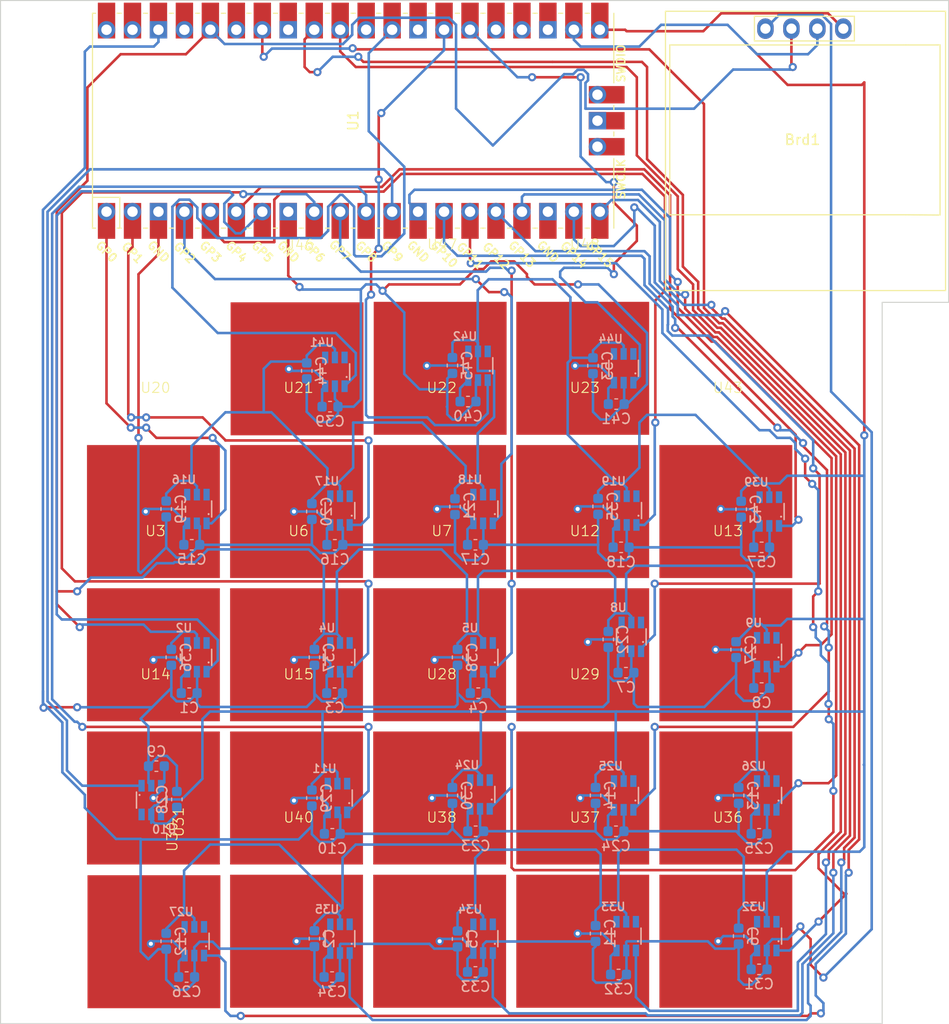
<source format=kicad_pcb>
(kicad_pcb (version 20221018) (generator pcbnew)
  (layers (0 "F.Cu" signal) (31 "B.Cu" signal) (34 "B.Paste" user) (35 "F.Paste" user) (36 "B.SilkS" user "B.Silkscreen") (37 "F.SilkS" user "F.Silkscreen") (38 "B.Mask" user) (39 "F.Mask" user) (44 "Edge.Cuts" user))
  (net 0 "")
  (net 1 "GND")
  (net 2 "Net-(Brd1-SDA)")
  (net 3 "Net-(Brd1-SCL)")
  (net 4 "+3.3")
  (net 5 "Net-(U2-I)")
  (net 6 "Net-(U4-I)")
  (net 7 "Net-(U5-I)")
  (net 8 "Net-(U8-I)")
  (net 9 "Net-(U9-I)")
  (net 10 "Net-(U10-I)")
  (net 11 "Net-(U11-I)")
  (net 12 "Net-(U16-I)")
  (net 13 "Net-(U17-I)")
  (net 14 "Net-(U18-I)")
  (net 15 "Net-(U19-I)")
  (net 16 "Net-(U24-I)")
  (net 17 "Net-(U25-I)")
  (net 18 "Net-(U26-I)")
  (net 19 "Net-(U27-I)")
  (net 20 "Net-(U32-I)")
  (net 21 "Net-(U33-I)")
  (net 22 "Net-(U34-I)")
  (net 23 "Net-(U35-I)")
  (net 24 "Net-(U41-I)")
  (net 25 "Net-(U42-I)")
  (net 26 "Net-(U44-I)")
  (net 27 "Net-(U39-I)")
  (net 28 "1")
  (net 29 "2")
  (net 30 "3")
  (net 31 "4")
  (net 32 "5")
  (net 33 "6")
  (net 34 "7")
  (net 35 "8")
  (net 36 "9")
  (net 37 "10")
  (net 38 "11")
  (net 39 "12")
  (net 40 "13")
  (net 41 "14")
  (net 42 "15")
  (net 44 "16")
  (net 45 "17")
  (net 48 "23")
  (net 49 "22")
  (net 51 "21")
  (net 53 "20")
  (net 55 "18")
  (net 86 "19")
  (footprint "Library 自作:13×13 touch pad" (layer "F.Cu") (at 156.409052 133.65)
    (fp_text reference "U36")
    (fp_text value "~")
  )
  (footprint "Library 自作:13×13 touch pad" (layer "F.Cu") (at 156.409052 119.65)
    (fp_text reference "U30")
    (fp_text value "~")
  )
  (footprint "Library 自作:13×13 touch pad" (layer "F.Cu") (at 128.459052 77.65)
    (fp_text reference "U47")
    (fp_text value "~" hide)
  )
  (footprint "Library 自作:13×13 touch pad" (layer "F.Cu") (at 142.409052 133.65)
    (fp_text reference "U37")
    (fp_text value "~")
  )
  (footprint "Library 自作:13×13 touch pad" (layer "F.Cu") (at 142.409052 91.65)
    (fp_text reference "U23")
    (fp_text value "~")
  )
  (footprint "Library 自作:13×13 touch pad" (layer "F.Cu") (at 128.409052 91.65)
    (fp_text reference "U22")
    (fp_text value "~")
  )
  (footprint "Library 自作:13×13 touch pad" (layer "F.Cu") (at 114.409052 91.65)
    (fp_text reference "U21")
    (fp_text value "~")
  )
  (footprint "Library 自作:13×13 touch pad" (layer "F.Cu") (at 156.409052 105.65)
    (fp_text reference "U13")
    (fp_text value "~")
  )
  (footprint "Library 自作:13×13 touch pad" (layer "F.Cu") (at 100.409052 91.65)
    (fp_text reference "U20")
    (fp_text value "~")
  )
  (footprint "Library 自作:13×13 touch pad" (layer "F.Cu") (at 128.409052 133.65)
    (fp_text reference "U38")
    (fp_text value "~")
  )
  (footprint "mcu:RPi_Pico_SMD_TH" (layer "F.Cu") (at 119.75 53.25 90)
    (fp_text reference "U1")
    (fp_text value "~")
  )
  (footprint "Library 自作:13×13 touch pad" (layer "F.Cu") (at 114.459052 77.7)
    (fp_text reference "U46")
    (fp_text value "~")
  )
  (footprint "Library 自作:128x64OLED" (layer "F.Cu") (at 163.7 54.85)
    (fp_text reference "Brd1")
    (fp_text value "SSD1306")
  )
  (footprint "Library 自作:13×13 touch pad" (layer "F.Cu") (at 142.409052 105.65)
    (fp_text reference "U12")
    (fp_text value "~")
  )
  (footprint "Library 自作:13×13 touch pad" (layer "F.Cu") (at 100.459052 133.7)
    (fp_text reference "U31")
    (fp_text value "~")
  )
  (footprint "Library 自作:13×13 touch pad" (layer "F.Cu") (at 114.409052 133.65)
    (fp_text reference "U40")
    (fp_text value "~")
  )
  (footprint "Library 自作:13×13 touch pad" (layer "F.Cu") (at 156.409052 91.65)
    (fp_text reference "U43")
    (fp_text value "~")
  )
  (footprint "Library 自作:13×13 touch pad" (layer "F.Cu") (at 100.409052 105.65)
    (fp_text reference "U3")
    (fp_text value "~")
  )
  (footprint "Library 自作:13×13 touch pad" (layer "F.Cu") (at 142.409052 77.65)
    (fp_text reference "U48")
    (fp_text value "~")
  )
  (footprint "Library 自作:13×13 touch pad" (layer "F.Cu") (at 128.409052 105.65)
    (fp_text reference "U7")
    (fp_text value "~")
  )
  (footprint "Library 自作:13×13 touch pad" (layer "F.Cu") (at 114.409052 105.65)
    (fp_text reference "U6")
    (fp_text value "~")
  )
  (footprint "Library 自作:13×13 touch pad" (layer "F.Cu") (at 114.409052 119.65)
    (fp_text reference "U15")
    (fp_text value "~")
  )
  (footprint "Library 自作:13×13 touch pad" (layer "F.Cu") (at 128.409052 119.65)
    (fp_text reference "U28")
    (fp_text value "~")
  )
  (footprint "Library 自作:13×13 touch pad" (layer "F.Cu") (at 142.409052 119.65)
    (fp_text reference "U29")
    (fp_text value "~")
  )
  (footprint "Library 自作:13×13 touch pad" (layer "F.Cu") (at 100.409052 119.65)
    (fp_text reference "U14")
    (fp_text value "~")
  )
  (footprint "Library 自作:SOT23-6" (layer "B.Cu") (at 104.459052 91.2 180)
    (fp_text reference "U16")
    (fp_text value "TTP223-BA6")
  )
  (footprint "Capacitor_SMD:C_0603_1608Metric" (layer "B.Cu") (at 157.459052 119.2 90)
    (fp_text reference "C13")
    (fp_text value "0.1uF")
  )
  (footprint "Capacitor_SMD:C_0603_1608Metric" (layer "B.Cu") (at 159.709052 94.95)
    (fp_text reference "C57")
    (fp_text value "0~50pF")
  )
  (footprint "Capacitor_SMD:C_0603_1608Metric" (layer "B.Cu") (at 131.984052 109.2)
    (fp_text reference "C4")
    (fp_text value "0~50pF")
  )
  (footprint "Capacitor_SMD:C_0603_1608Metric" (layer "B.Cu") (at 103.459052 136.95)
    (fp_text reference "C26")
    (fp_text value "0~50pF")
  )
  (footprint "Library 自作:SOT23-6" (layer "B.Cu") (at 146.209052 77.45 180)
    (fp_text reference "U44")
    (fp_text value "TTP223-BA6")
  )
  (footprint "Library 自作:SOT23-6" (layer "B.Cu") (at 100 119.654)
    (fp_text reference "U10")
    (fp_text value "TTP223-BA6")
  )
  (footprint "Capacitor_SMD:C_0603_1608Metric" (layer "B.Cu") (at 145.709052 136.7)
    (fp_text reference "C32")
    (fp_text value "0~50pF")
  )
  (footprint "Library 自作:SOT23-6" (layer "B.Cu") (at 160.459052 91.45 180)
    (fp_text reference "U39")
    (fp_text value "TTP223-BA6")
  )
  (footprint "Library 自作:SOT23-6" (layer "B.Cu") (at 104.209052 133.45 180)
    (fp_text reference "U27")
    (fp_text value "TTP223-BA6")
  )
  (footprint "Library 自作:SOT23-6" (layer "B.Cu") (at 118.459052 105.7 180)
    (fp_text reference "U4")
    (fp_text value "TTP223-BA6")
  )
  (footprint "Capacitor_SMD:C_0603_1608Metric" (layer "B.Cu") (at 115.959052 105.7 90)
    (fp_text reference "C37")
    (fp_text value "0.1uF")
  )
  (footprint "Capacitor_SMD:C_0603_1608Metric" (layer "B.Cu") (at 129.959052 133.225 90)
    (fp_text reference "C5")
    (fp_text value "0.1uF")
  )
  (footprint "Capacitor_SMD:C_0603_1608Metric" (layer "B.Cu") (at 145.959052 94.95)
    (fp_text reference "C18")
    (fp_text value "0~50pF")
  )
  (footprint "Library 自作:SOT23-6" (layer "B.Cu") (at 146.459052 132.95 180)
    (fp_text reference "U33")
    (fp_text value "TTP223-BA6")
  )
  (footprint "Library 自作:SOT23-6" (layer "B.Cu") (at 117.959052 77.796 180)
    (fp_text reference "U41")
    (fp_text value "TTP223-BA6")
  )
  (footprint "Capacitor_SMD:C_0603_1608Metric" (layer "B.Cu") (at 157.459052 132.95 90)
    (fp_text reference "C6")
    (fp_text value "0.1uF")
  )
  (footprint "Capacitor_SMD:C_0603_1608Metric" (layer "B.Cu") (at 159.459052 122.95)
    (fp_text reference "C25")
    (fp_text value "0~50pF")
  )
  (footprint "Capacitor_SMD:C_0603_1608Metric" (layer "B.Cu") (at 101.959052 105.7 90)
    (fp_text reference "C36")
    (fp_text value "0.1uF")
  )
  (footprint "Capacitor_SMD:C_0603_1608Metric" (layer "B.Cu") (at 143.459052 132.7 90)
    (fp_text reference "C11")
    (fp_text value "0.1uF")
  )
  (footprint "Capacitor_SMD:C_0603_1608Metric" (layer "B.Cu") (at 129.709052 90.975 90)
    (fp_text reference "C21")
    (fp_text value "0.1uF")
  )
  (footprint "Library 自作:SOT23-6" (layer "B.Cu") (at 132.459052 133.2 180)
    (fp_text reference "U34")
    (fp_text value "TTP223-BA6")
  )
  (footprint "Capacitor_SMD:C_0603_1608Metric" (layer "B.Cu") (at 131.734052 122.7)
    (fp_text reference "C23")
    (fp_text value "0~50pF")
  )
  (footprint "Capacitor_SMD:C_0603_1608Metric" (layer "B.Cu") (at 159.709052 108.7)
    (fp_text reference "C8")
    (fp_text value "0~50pF")
  )
  (footprint "Library 自作:SOT23-6" (layer "B.Cu") (at 160.209052 119.2 180)
    (fp_text reference "U26")
    (fp_text value "TTP223-BA6")
  )
  (footprint "Capacitor_SMD:C_0603_1608Metric" (layer "B.Cu") (at 144.709052 103.95 90)
    (fp_text reference "C22")
    (fp_text value "0.1uF")
  )
  (footprint "Capacitor_SMD:C_0603_1608Metric" (layer "B.Cu") (at 100.5 116.3375 180)
    (fp_text reference "C9")
    (fp_text value "0~50pF")
  )
  (footprint "Capacitor_SMD:C_0603_1608Metric" (layer "B.Cu") (at 146.434052 107.2)
    (fp_text reference "C7")
    (fp_text value "0~50pF")
  )
  (footprint "Library 自作:SOT23-6" (layer "B.Cu") (at 118.459052 133.2 180)
    (fp_text reference "U35")
    (fp_text value "TTP223-BA6")
  )
  (footprint "Capacitor_SMD:C_0603_1608Metric" (layer "B.Cu") (at 117.959052 94.7)
    (fp_text reference "C16")
    (fp_text value "0~50pF")
  )
  (footprint "Library 自作:SOT23-6" (layer "B.Cu") (at 146.209052 119.2 180)
    (fp_text reference "U25")
    (fp_text value "TTP223-BA6")
  )
  (footprint "Capacitor_SMD:C_0603_1608Metric" (layer "B.Cu") (at 159.459052 136.2)
    (fp_text reference "C31")
    (fp_text value "0~50pF")
  )
  (footprint "Library 自作:SOT23-6" (layer "B.Cu") (at 160.209052 105.2 180)
    (fp_text reference "U9")
    (fp_text value "TTP223-BA6")
  )
  (footprint "Library 自作:SOT23-6" (layer "B.Cu") (at 132.159052 119.104 180)
    (fp_text reference "U24")
    (fp_text value "TTP223-BA6")
  )
  (footprint "Library 自作:SOT23-6" (layer "B.Cu") (at 131.959052 77.2 180)
    (fp_text reference "U42")
    (fp_text value "TTP223-BA6")
  )
  (footprint "Capacitor_SMD:C_0603_1608Metric" (layer "B.Cu") (at 143.459052 119.2 90)
    (fp_text reference "C14")
    (fp_text value "0.1uF")
  )
  (footprint "Capacitor_SMD:C_0603_1608Metric" (layer "B.Cu") (at 145.484052 80.95)
    (fp_text reference "C41")
    (fp_text value "0~50pF")
  )
  (footprint "Capacitor_SMD:C_0603_1608Metric" (layer "B.Cu") (at 129.459052 77.175 90)
    (fp_text reference "C45")
    (fp_text value "0.1uF")
  )
  (footprint "Capacitor_SMD:C_0603_1608Metric" (layer "B.Cu") (at 130.984052 80.7)
    (fp_text reference "C40")
    (fp_text value "0~50pF")
  )
  (footprint "Capacitor_SMD:C_0603_1608Metric" (layer "B.Cu") (at 102.5 119.5875 -90)
    (fp_text reference "C28")
    (fp_text value "0.1uF")
  )
  (footprint "Capacitor_SMD:C_0603_1608Metric" (layer "B.Cu") (at 101.459052 91.2 90)
    (fp_text reference "C19")
    (fp_text value "0.1uF")
  )
  (footprint "Library 自作:SOT23-6" (layer "B.Cu") (at 132.459052 91.2 180)
    (fp_text reference "U18")
    (fp_text value "TTP223-BA6")
  )
  (footprint "Capacitor_SMD:C_0603_1608Metric" (layer "B.Cu") (at 157.209052 104.95 90)
    (fp_text reference "C27")
    (fp_text value "0.1uF")
  )
  (footprint "Library 自作:SOT23-6" (layer "B.Cu") (at 118.209052 119.45 180)
    (fp_text reference "U11")
    (fp_text value "TTP223-BA6")
  )
  (footprint "Capacitor_SMD:C_0603_1608Metric" (layer "B.Cu") (at 117.709052 122.95)
    (fp_text reference "C10")
    (fp_text value "0~50pF")
  )
  (footprint "Capacitor_SMD:C_0603_1608Metric" (layer "B.Cu") (at 131.709052 94.7)
    (fp_text reference "C17")
    (fp_text value "0~50pF")
  )
  (footprint "Library 自作:SOT23-6" (layer "B.Cu") (at 132.459052 105.7 180)
    (fp_text reference "U5")
    (fp_text value "TTP223-BA6")
  )
  (footprint "Capacitor_SMD:C_0603_1608Metric" (layer "B.Cu") (at 103.709052 109.2)
    (fp_text reference "C1")
    (fp_text value "0~50pF")
  )
  (footprint "Capacitor_SMD:C_0603_1608Metric" (layer "B.Cu") (at 117.684052 136.95)
    (fp_text reference "C34")
    (fp_text value "0~50pF")
  )
  (footprint "Library 自作:SOT23-6" (layer "B.Cu") (at 146.959052 103.7 180)
    (fp_text reference "U8")
    (fp_text value "TTP223-BA6")
  )
  (footprint "Capacitor_SMD:C_0603_1608Metric" (layer "B.Cu") (at 157.709052 91.225 90)
    (fp_text reference "C43")
    (fp_text value "0.1uF")
  )
  (footprint "Capacitor_SMD:C_0603_1608Metric" (layer "B.Cu") (at 117.484052 81.2)
    (fp_text reference "C39")
    (fp_text value "0~50pF")
  )
  (footprint "Library 自作:SOT23-6" (layer "B.Cu") (at 104.459052 105.7 180)
    (fp_text reference "U2")
    (fp_text value "TTP223-BA6")
  )
  (footprint "Library 自作:SOT23-6" (layer "B.Cu") (at 160.209052 132.95 180)
    (fp_text reference "U32")
    (fp_text value "TTP223-BA6")
  )
  (footprint "Capacitor_SMD:C_0603_1608Metric" (layer "B.Cu") (at 115.709052 91.45 90)
    (fp_text reference "C20")
    (fp_text value "0.1uF")
  )
  (footprint "Capacitor_SMD:C_0603_1608Metric" (layer "B.Cu") (at 101.459052 133.45 90)
    (fp_text reference "C12")
    (fp_text value "0.1uF")
  )
  (footprint "Capacitor_SMD:C_0603_1608Metric" (layer "B.Cu") (at 117.934052 109.2)
    (fp_text reference "C3")
    (fp_text value "0~50pF")
  )
  (footprint "Capacitor_SMD:C_0603_1608Metric" (layer "B.Cu") (at 129.459052 119.2 90)
    (fp_text reference "C30")
    (fp_text value "0.1uF")
  )
  (footprint "Capacitor_SMD:C_0603_1608Metric" (layer "B.Cu") (at 131.709052 136.45)
    (fp_text reference "C33")
    (fp_text value "0~50pF")
  )
  (footprint "Capacitor_SMD:C_0603_1608Metric" (layer "B.Cu") (at 143.709052 90.95 90)
    (fp_text reference "C35")
    (fp_text value "0.1uF")
  )
  (footprint "Capacitor_SMD:C_0603_1608Metric" (layer "B.Cu") (at 129.959052 105.7 90)
    (fp_text reference "C38")
    (fp_text value "0.1uF")
  )
  (footprint "Capacitor_SMD:C_0603_1608Metric" (layer "B.Cu") (at 103.959052 94.7)
    (fp_text reference "C15")
    (fp_text value "0~50pF")
  )
  (footprint "Capacitor_SMD:C_0603_1608Metric" (layer "B.Cu") (at 115.209052 77.7 90)
    (fp_text reference "C44")
    (fp_text value "0.1uF")
  )
  (footprint "Capacitor_SMD:C_0603_1608Metric" (layer "B.Cu") (at 143.209052 77.2 90)
    (fp_text reference "C53")
    (fp_text value "0.1uF")
  )
  (footprint "Library 自作:SOT23-6" (layer "B.Cu") (at 146.509052 91.354 180)
    (fp_text reference "U19")
    (fp_text value "TTP223-BA6")
  )
  (footprint "Capacitor_SMD:C_0603_1608Metric" (layer "B.Cu") (at 115.959052 133.2 90)
    (fp_text reference "C2")
    (fp_text value "0.1uF")
  )
  (footprint "Capacitor_SMD:C_0603_1608Metric" (layer "B.Cu") (at 115.709052 119.45 90)
    (fp_text reference "C29")
    (fp_text value "0.1uF")
  )
  (footprint "Library 自作:SOT23-6" (layer "B.Cu") (at 118.459052 91.354 180)
    (fp_text reference "U17")
    (fp_text value "TTP223-BA6")
  )
  (footprint "Capacitor_SMD:C_0603_1608Metric" (layer "B.Cu") (at 145.459052 122.7)
    (fp_text reference "C24")
    (fp_text value "0~50pF")
  )
  (gr_line (start 85.25 41.5) (end 85.25 141.5) (stroke (width 0.1)) (layer "Edge.Cuts"))
  (gr_line (start 178 41.5) (end 85.25 41.5) (stroke (width 0.1)) (layer "Edge.Cuts"))
  (gr_line (start 171.5 71) (end 171.5 141.5) (stroke (width 0.1)) (layer "Edge.Cuts"))
  (gr_line (start 85.25 141.5) (end 171.5 141.5) (stroke (width 0.1)) (layer "Edge.Cuts"))
  (gr_line (start 171.5 71) (end 178 71) (stroke (width 0.1)) (layer "Edge.Cuts"))
  (gr_line (start 178 71) (end 178 41.5) (stroke (width 0.1)) (layer "Edge.Cuts"))
  (segment (start 163.5 132.25) (end 163.5 132) (width 0.25) (layer "F.Cu") (net 1))
  (segment (start 141.75 69.25) (end 137.5 69.25) (width 0.25) (layer "F.Cu") (net 1))
  (segment (start 132.5 67.75) (end 131.699195 67.75) (width 0.25) (layer "F.Cu") (net 1))
  (segment (start 164.5 135.75) (end 164.5 133.25) (width 0.25) (layer "F.Cu") (net 1))
  (segment (start 136.75 68.25) (end 135.5 67) (width 0.25) (layer "F.Cu") (net 1))
  (segment (start 98.75 68.25) (end 100.7 66.3) (width 0.25) (layer "F.Cu") (net 1))
  (segment (start 164.5 133.25) (end 163.5 132.25) (width 0.25) (layer "F.Cu") (net 1))
  (segment (start 137.5 69.25) (end 136.75 68.5) (width 0.25) (layer "F.Cu") (net 1))
  (segment (start 100.7 66.3) (end 100.7 62.14) (width 0.25) (layer "F.Cu") (net 1))
  (segment (start 135.5 67) (end 133.25 67) (width 0.25) (layer "F.Cu") (net 1))
  (segment (start 165.75 137) (end 164.5 135.75) (width 0.25) (layer "F.Cu") (net 1))
  (segment (start 131.699195 67.75) (end 130.199195 69.25) (width 0.25) (layer "F.Cu") (net 1))
  (segment (start 89.465586 110.62658) (end 89.51264 110.579526) (width 0.25) (layer "F.Cu") (net 1))
  (segment (start 113.4 68.4) (end 113.4 62.14) (width 0.25) (layer "F.Cu") (net 1))
  (segment (start 98.75 84.25) (end 98.75 68.25) (width 0.25) (layer "F.Cu") (net 1))
  (segment (start 89.51264 110.579526) (end 92.75 110.579526) (width 0.25) (layer "F.Cu") (net 1))
  (segment (start 133.25 67) (end 132.5 67.75) (width 0.25) (layer "F.Cu") (net 1))
  (segment (start 136.75 68.5) (end 136.75 68.25) (width 0.25) (layer "F.Cu") (net 1))
  (segment (start 123.25 69.25) (end 122.625 69.875) (width 0.25) (layer "F.Cu") (net 1))
  (segment (start 114.5 69.5) (end 113.4 68.4) (width 0.25) (layer "F.Cu") (net 1))
  (segment (start 130.199195 69.25) (end 123.25 69.25) (width 0.25) (layer "F.Cu") (net 1))
  (via (at 122.625 69.875) (size 0.8) (drill 0.4) (layers "F.Cu" "B.Cu") (net 1))
  (via (at 163.5 132) (size 0.8) (drill 0.4) (layers "F.Cu" "B.Cu") (net 1))
  (via (at 98.75 84.25) (size 0.8) (drill 0.4) (layers "F.Cu" "B.Cu") (net 1))
  (via (at 114.5 69.5) (size 0.8) (drill 0.4) (layers "F.Cu" "B.Cu") (net 1))
  (via (at 89.465586 110.62658) (size 0.8) (drill 0.4) (layers "F.Cu" "B.Cu") (net 1))
  (via (at 92.75 110.579526) (size 0.8) (drill 0.4) (layers "F.Cu" "B.Cu") (net 1))
  (via (at 165.75 137) (size 0.8) (drill 0.4) (layers "F.Cu" "B.Cu") (net 1))
  (via (at 141.75 69.25) (size 0.8) (drill 0.4) (layers "F.Cu" "B.Cu") (net 1))
  (segment (start 158.734052 137.7) (end 160.234052 136.2) (width 0.25) (layer "B.Cu") (net 1))
  (segment (start 134.109052 110.55) (end 144.2 110.55) (width 0.25) (layer "B.Cu") (net 1))
  (segment (start 129.459052 77.95) (end 128.959052 78.45) (width 0.25) (layer "B.Cu") (net 1))
  (segment (start 129.709052 91.75) (end 129.709052 94.7) (width 0.25) (layer "B.Cu") (net 1))
  (segment (start 104.484052 109.2) (end 104.484052 110.234052) (width 0.25) (layer "B.Cu") (net 1))
  (segment (start 170.475 83.699695) (end 170.475 132.275) (width 0.25) (layer "B.Cu") (net 1))
  (segment (start 144.759052 82.45) (end 146.259052 80.95) (width 0.25) (layer "B.Cu") (net 1))
  (segment (start 157.459052 136.7) (end 157.459052 137.2) (width 0.25) (layer "B.Cu") (net 1))
  (segment (start 143.709052 91.725) (end 143.709052 94.7) (width 0.25) (layer "B.Cu") (net 1))
  (segment (start 146.484052 136.7) (end 146.484052 134.379) (width 0.25) (layer "B.Cu") (net 1))
  (segment (start 99.725 112.465948) (end 99.725 114.75) (width 0.25) (layer "B.Cu") (net 1))
  (segment (start 98.959052 111.7) (end 100.079526 110.579526) (width 0.25) (layer "B.Cu") (net 1))
  (segment (start 118.734052 94.7) (end 118.734052 93.033) (width 0.25) (layer "B.Cu") (net 1))
  (segment (start 143.209052 136.45) (end 143.209052 137.2) (width 0.25) (layer "B.Cu") (net 1))
  (segment (start 93.5 57.863604) (end 93.5 46.5) (width 0.25) (layer "B.Cu") (net 1))
  (segment (start 146.459052 133.5325) (end 146.534052 133.4575) (width 0.25) (layer "B.Cu") (net 1))
  (segment (start 100.725 115.3375) (end 99.725 116.3375) (width 0.25) (layer "B.Cu") (net 1))
  (segment (start 130.459052 96.2) (end 131.959052 96.2) (width 0.25) (layer "B.Cu") (net 1))
  (segment (start 143.459052 119.975) (end 143.459052 122.734052) (width 0.25) (layer "B.Cu") (net 1))
  (segment (start 115.709052 94.7) (end 116.509052 95.5) (width 0.25) (layer "B.Cu") (net 1))
  (segment (start 160.75 133.25) (end 160.209052 133.790948) (width 0.25) (layer "B.Cu") (net 1))
  (segment (start 99.709052 135.2) (end 98.959052 134.45) (width 0.25) (layer "B.Cu") (net 1))
  (segment (start 129.709052 94.7) (end 129.709052 95.45) (width 0.25) (layer "B.Cu") (net 1))
  (segment (start 132.484052 92.629) (end 132.459052 92.604) (width 0.25) (layer "B.Cu") (net 1))
  (segment (start 101.959052 106.475) (end 101.959052 108.7) (width 0.25) (layer "B.Cu") (net 1))
  (segment (start 104.484052 107.129) (end 104.459052 107.104) (width 0.25) (layer "B.Cu") (net 1))
  (segment (start 132.759052 109.2) (end 134.109052 110.55) (width 0.25) (layer "B.Cu") (net 1))
  (segment (start 115.709052 92.225) (end 115.709052 94.7) (width 0.25) (layer "B.Cu") (net 1))
  (segment (start 124.75 72) (end 124.75 78) (width 0.25) (layer "B.Cu") (net 1))
  (segment (start 93.5 119.136396) (end 91.3 116.936396) (width 0.25) (layer "B.Cu") (net 1))
  (segment (start 144.709052 107.509052) (end 145.2 108) (width 0.25) (layer "B.Cu") (net 1))
  (segment (start 91.3 116.936396) (end 91.3 112.072792) (width 0.25) (layer "B.Cu") (net 1))
  (segment (start 101.459052 91.975) (end 101.459052 94.95) (width 0.25) (layer "B.Cu") (net 1))
  (segment (start 146.959052 106.95) (end 147.209052 107.2) (width 0.25) (layer "B.Cu") (net 1))
  (segment (start 128.909052 81.2) (end 128.959052 81.25) (width 0.25) (layer "B.Cu") (net 1))
  (segment (start 118.459052 134.604) (end 118.459052 133.7825) (width 0.25) (layer "B.Cu") (net 1))
  (segment (start 130.009052 82.45) (end 129.459052 82.45) (width 0.25) (layer "B.Cu") (net 1))
  (segment (start 159.959052 96.2) (end 160.484052 95.675) (width 0.25) (layer "B.Cu") (net 1))
  (segment (start 101.959052 108.7) (end 101.959052 109.484052) (width 0.25) (layer "B.Cu") (net 1))
  (segment (start 106 133.5) (end 104.741552 133.5) (width 0.25) (layer "B.Cu") (net 1))
  (segment (start 128.959052 81.95) (end 129.459052 82.45) (width 0.25) (layer "B.Cu") (net 1))
  (segment (start 116.475 123.75) (end 117.684052 123.75) (width 0.25) (layer "B.Cu") (net 1))
  (segment (start 158.209052 96.2) (end 159.959052 96.2) (width 0.25) (layer "B.Cu") (net 1))
  (segment (start 118.709052 107.354) (end 118.459052 107.104) (width 0.25) (layer "B.Cu") (net 1))
  (segment (start 132.484052 94.7) (end 143.709052 94.7) (width 0.25) (layer "B.Cu") (net 1))
  (segment (start 119.8 81.2) (end 120.5 80.5) (width 0.25) (layer "B.Cu") (net 1))
  (segment (start 147.209052 110.209052) (end 147.55 110.55) (width 0.25) (layer "B.Cu") (net 1))
  (segment (start 115.709052 120.225) (end 115.709052 122.2) (width 0.25) (layer "B.Cu") (net 1))
  (segment (start 98.734052 84.265948) (end 98.75 84.25) (width 0.25) (layer "B.Cu") (net 1))
  (segment (start 91.3 112.072792) (end 89.4 110.172792) (width 0.25) (layer "B.Cu") (net 1))
  (segment (start 166.5 43.79901) (end 166.5 79.724695) (width 0.25) (layer "B.Cu") (net 1))
  (segment (start 129.959052 136.734052) (end 130.475 137.25) (width 0.25) (layer "B.Cu") (net 1))
  (segment (start 131.759052 80.7) (end 130.009052 82.45) (width 0.25) (layer "B.Cu") (net 1))
  (segment (start 160.234052 120.629) (end 160.209052 120.604) (width 0.25) (layer "B.Cu") (net 1))
  (segment (start 104.209052 134.0325) (end 104.209052 134.854) (width 0.25) (layer "B.Cu") (net 1))
  (segment (start 144.459052 96.2) (end 146.459052 96.2) (width 0.25) (layer "B.Cu") (net 1))
  (segment (start 117.459052 82.7) (end 118.259052 81.9) (width 0.25) (layer "B.Cu") (net 1))
  (segment (start 129.959052 134) (end 129.959052 136.734052) (width 0.25) (layer "B.Cu") (net 1))
  (segment (start 115.959052 109.259052) (end 116.7 110) (width 0.25) (layer "B.Cu") (net 1))
  (segment (start 118.734052 93.033) (end 118.459052 92.758) (width 0.25) (layer "B.Cu") (net 1))
  (segment (start 102.459052 138.2) (end 103.459052 138.2) (width 0.25) (layer "B.Cu") (net 1))
  (segment (start 118.259052 81.2) (end 118.259052 80.75) (width 0.25) (layer "B.Cu") (net 1))
  (segment (start 131.959052 96.2) (end 132.484052 95.675) (width 0.25) (layer "B.Cu") (net 1))
  (segment (start 146.959052 105.104) (end 146.959052 106.95) (width 0.25) (layer "B.Cu") (net 1))
  (segment (start 104.741552 133.5) (end 104.209052 134.0325) (width 0.25) (layer "B.Cu") (net 1))
  (segment (start 157.009052 134.175) (end 157.459052 133.725) (width 0.25) (layer "B.Cu") (net 1))
  (segment (start 130.5 123.5) (end 131.709052 123.5) (width 0.25) (layer "B.Cu") (net 1))
  (segment (start 130.475 137.25) (end 131.684052 137.25) (width 0.25) (layer "B.Cu") (net 1))
  (segment (start 144.225 123.5) (end 145.434052 123.5) (width 0.25) (layer "B.Cu") (net 1))
  (segment (start 118.484052 122.95) (end 128.968104 122.95) (width 0.25) (layer "B.Cu") (net 1))
  (segment (start 144.709052 110.040948) (end 144.709052 107.509052) (width 0.25) (layer "B.Cu") (net 1))
  (segment (start 98.959052 134.45) (end 98.959052 123.45) (width 0.25) (layer "B.Cu") (net 1))
  (segment (start 124.75 78) (end 126.25 79.5) (width 0.25) (layer "B.Cu") (net 1))
  (segment (start 98.959052 123.45) (end 96.55 123.45) (width 0.25) (layer "B.Cu") (net 1))
  (segment (start 144.2 110.55) (end 144.709052 110.040948) (width 0.25) (layer "B.Cu") (net 1))
  (segment (start 118.709052 110.209052) (end 119.05 110.55) (width 0.25) (layer "B.Cu") (net 1))
  (segment (start 157.959052 137.7) (end 158.734052 137.7) (width 0.25) (layer "B.Cu") (net 1))
  (segment (start 96.55 123.45) (end 93.5 120.4) (width 0.25) (layer "B.Cu") (net 1))
  (segment (start 102.475 110) (end 103.684052 110) (width 0.25) (layer "B.Cu") (net 1))
  (segment (start 163.5 132) (end 162.25 133.25) (width 0.25) (layer "B.Cu") (net 1))
  (segment (start 129.959052 106.475) (end 129.959052 109.209052) (width 0.25) (layer "B.Cu") (net 1))
  (segment (start 120.5 80.5) (end 120.5 69.75) (width 0.25) (layer "B.Cu") (net 1))
  (segment (start 101.459052 134.225) (end 100.684052 134.225) (width 0.25) (layer "B.Cu") (net 1))
  (segment (start 129.709052 95.45) (end 130.459052 96.2) (width 0.25) (layer "B.Cu") (net 1))
  (segment (start 118.484052 121.129) (end 118.209052 120.854) (width 0.25) (layer "B.Cu") (net 1))
  (segment (start 104.234052 137.425) (end 104.234052 136.95) (width 0.25) (layer "B.Cu") (net 1))
  (segment (start 159.234052 109.95) (end 160.484052 108.7) (width 0.25) (layer "B.Cu") (net 1))
  (segment (start 146.259052 78.904) (end 146.209052 78.854) (width 0.25) (layer "B.Cu") (net 1))
  (segment (start 93.5 46.5) (end 94 46) (width 0.25) (layer "B.Cu") (net 1))
  (segment (start 146.509052 94.725) (end 146.734052 94.95) (width 0.25) (layer "B.Cu") (net 1))
  (segment (start 127.2075 133.7075) (end 127.675 134.175) (width 0.25) (layer "B.Cu") (net 1))
  (segment (start 146.734052 94.95) (end 157.709052 94.95) (width 0.25) (layer "B.Cu") (net 1))
  (segment (start 128.968104 122.95) (end 129.459052 122.459052) (width 0.25) (layer "B.Cu") (net 1))
  (segment (start 146.459052 134.354) (end 146.459052 133.5325) (width 0.25) (layer "B.Cu") (net 1))
  (segment (start 100.079526 110.579526) (end 101.959052 108.7) (width 0.25) (layer "B.Cu") (net 1))
  (segment (start 115.209052 81.7) (end 116.209052 82.7) (width 0.25) (layer "B.Cu") (net 1))
  (segment (start 104.734052 92.879) (end 104.459052 92.604) (width 0.25) (layer "B.Cu") (net 1))
  (segment (start 146.409052 108) (end 147.209052 107.2) (width 0.25) (layer "B.Cu") (net 1))
  (segment (start 99.725 117.975) (end 100 118.25) (width 0.25) (layer "B.Cu") (net 1))
  (segment (start 160.234052 122.95) (end 160.234052 120.629) (width 0.25) (layer "B.Cu") (net 1))
  (segment (start 118.259052 81.2) (end 119.8 81.2) (width 0.25) (layer "B.Cu") (net 1))
  (segment (start 129.959052 110.290948) (end 129.959052 109.209052) (width 0.25) (layer "B.Cu") (net 1))
  (segment (start 161.405 42.925) (end 165.62599 42.925) (width 0.25) (layer "B.Cu") (net 1))
  (segment (start 132.509052 122.7) (end 143.425 122.7) (width 0.25) (layer "B.Cu") (net 1))
  (segment (start 146.534052 133.4575) (end 154.441247 133.4575) (width 0.25) (layer "B.Cu") (net 1))
  (segment (start 102.5 118.8125) (end 102.5 116.303448) (width 0.25) (layer "B.Cu") (net 1))
  (segment (start 132.509052 122.7) (end 132.159052 122.35) (width 0.25) (layer "B.Cu") (net 1))
  (segment (start 157.209052 109.2) (end 157.959052 109.95) (width 0.25) (layer "B.Cu") (net 1))
  (segment (start 121 69.25) (end 122 69.25) (width 0.25) (layer "B.Cu") (net 1))
  (segment (start 160.08 44.25) (end 161.405 42.925) (width 0.25) (layer "B.Cu") (net 1))
  (segment (start 118.534052 133.7075) (end 127.2075 133.7075) (width 0.25) (layer "B.Cu") (net 1))
  (segment (start 160.484052 108.7) (end 160.484052 106.879) (width 0.25) (layer "B.Cu") (net 1))
  (segment (start 145.2 108) (end 146.409052 108) (width 0.25) (layer "B.Cu") (net 1))
  (segment (start 143.459052 133.95) (end 143.209052 134.2) (width 0.25) (layer "B.Cu") (net 1))
  (segment (start 162.25 133.25) (end 160.75 133.25) (width 0.25) (layer "B.Cu") (net 1))
  (segment (start 115.759052 134.175) (end 106.675 134.175) (width 0.25) (layer "B.Cu") (net 1))
  (segment (start 132.484052 136.45) (end 132.484052 134.629) (width 0.25) (layer "B.Cu") (net 1))
  (segment (start 148.5 79) (end 146.55 80.95) (width 0.25) (layer "B.Cu") (net 1))
  (segment (start 143.209052 137.2) (end 143.509052 137.5) (width 0.25) (layer "B.Cu") (net 1))
  (segment (start 143.509052 137.5) (end 145.684052 137.5) (width 0.25) (layer "B.Cu") (net 1))
  (segment (start 154.109052 110.55) (end 157.209052 107.45) (width 0.25) (layer "B.Cu") (net 1))
  (segment (start 115.959052 133.975) (end 115.959052 136.95) (width 0.25) (layer "B.Cu") (net 1))
  (segment (start 144.709052 104.725) (end 144.709052 107.509052) (width 0.25) (layer "B.Cu") (net 1))
  (segment (start 101.534052 115.3375) (end 100.725 115.3375) (width 0.25) (layer "B.Cu") (net 1))
  (segment (start 117.959052 80.45) (end 117.959052 79.2) (width 0.25) (layer "B.Cu") (net 1))
  (segment (start 145.684052 137.5) (end 146.484052 136.7) (width 0.25) (layer "B.Cu") (net 1))
  (segment (start 130.75 110) (end 131.959052 110) (width 0.25) (layer "B.Cu") (net 1))
  (segment (start 154.441247 133.4575) (end 155.158747 134.175) (width 0.25) (layer "B.Cu") (net 1))
  (segment (start 101.459052 137.2) (end 102.459052 138.2) (width 0.25) (layer "B.Cu") (net 1))
  (segment (start 106.675 134.175) (end 106 133.5) (width 0.25) (layer "B.Cu") (net 1))
  (segment (start 131.759052 78.804) (end 131.959052 78.604) (width 0.25) (layer "B.Cu") (net 1))
  (segment (start 101.959052 109.484052) (end 102.475 110) (width 0.25) (layer "B.Cu") (net 1))
  (segment (start 103.484052 95.95) (end 104.734052 94.7) (width 0.25) (layer "B.Cu") (net 1))
  (segment (start 115.959052 106.475) (end 115.959052 108.95) (width 0.25) (layer "B.Cu") (net 1))
  (segment (start 129.459052 122.459052) (end 130.5 123.5) (width 0.25) (layer "B.Cu") (net 1))
  (segment (start 98.959052 97.45) (end 101.459052 94.95) (width 0.25) (layer "B.Cu") (net 1))
  (segment (start 100.7 45.55) (end 100.7 44.36) (width 0.25) (layer "B.Cu") (net 1))
  (segment (start 141.75 69.25) (end 143.75 69.25) (width 0.25) (layer "B.Cu") (net 1))
  (segment (start 115.209052 78.475) (end 115.209052 81.7) (width 0.25) (layer "B.Cu") (net 1))
  (segment (start 132.759052 107.404) (end 132.459052 107.104) (width 0.25) (layer "B.Cu") (net 1))
  (segment (start 98.734052 86.725) (end 98.734052 84.265948) (width 0.25) (layer "B.Cu") (net 1))
  (segment (start 117.684052 123.75) (end 118.484052 122.95) (width 0.25) (layer "B.Cu") (net 1))
  (segment (start 143.209052 134.2) (end 143.209052 136.45) (width 0.25) (layer "B.Cu") (net 1))
  (segment (start 131.959052 110) (end 132.759052 109.2) (width 0.25) (layer "B.Cu") (net 1))
  (segment (start 116.509052 95.5) (end 117.934052 95.5) (width 0.25) (layer "B.Cu") (net 1))
  (segment (start 146.259052 80.95) (end 146.259052 78.904) (width 0.25) (layer "B.Cu") (net 1))
  (segment (start 92.75 110.579526) (end 100.079526 110.579526) (width 0.25) (layer "B.Cu") (net 1))
  (segment (start 103.684052 110) (end 104.484052 109.2) (width 0.25) (layer "B.Cu") (net 1))
  (segment (start 157.459052 133.725) (end 157.459052 136.7) (width 0.25) (layer "B.Cu") (net 1))
  (segment (start 103.459052 138.2) (end 104.234052 137.425) (width 0.25) (layer "B.Cu") (net 1))
  (segment (start 143.209052 77.975) (end 143.209052 81.7) (width 0.25) (layer "B.Cu") (net 1))
  (segment (start 132.159052 122.35) (end 132.159052 120.508) (width 0.25) (layer "B.Cu") (net 1))
  (segment (start 132.766552 133.475) (end 143.459052 133.475) (width 0.25) (layer "B.Cu") (net 1))
  (segment (start 157.709052 94.95) (end 157.709052 95.7) (width 0.25) (layer "B.Cu") (net 1))
  (segment (start 118.259052 81.9) (end 118.259052 81.2) (width 0.25) (layer "B.Cu") (net 1))
  (segment (start 122.625 69.875) (end 124.75 72) (width 0.25) (layer "B.Cu") (net 1))
  (segment (start 148.5 74) (end 148.5 79) (width 0.25) (layer "B.Cu") (net 1))
  (segment (start 160.234052 134.379) (end 160.209052 134.354) (width 0.25) (layer "B.Cu") (net 1))
  (segment (start 157.209052 122.7) (end 157.459052 122.95) (width 0.25) (layer "B.Cu") (net 1))
  (segment (start 118.459052 136.95) (end 118.459052 134.604) (width 0.25) (layer "B.Cu") (net 1))
  (segment (start 129.784052 134.175) (end 129.959052 134) (width 0.25) (layer "B.Cu") (net 1))
  (segment (start 157.209052 105.725) (end 157.209052 107.45) (width 0.25) (layer "B.Cu") (net 1))
  (segment (start 115.959052 137.259052) (end 116.65 137.95) (width 0.25) (layer "B.Cu") (net 1))
  (segment (start 98.959052 97.45) (end 98.734052 97.225) (width 0.25) (layer "B.Cu") (net 1))
  (segment (start 104.484052 110.234052) (end 104.8 110.55) (width 0.25) (layer "B.Cu") (net 1))
  (segment (start 132.484052 94.7) (end 132.484052 92.629) (width 0.25) (layer "B.Cu") (net 1))
  (segment (start 160.484052 92.879) (end 160.459052 92.854) (width 0.25) (layer "B.Cu") (net 1))
  (segment (start 160.484052 95.675) (end 160.484052 94.95) (width 0.25) (layer "B.Cu") (net 1))
  (segment (start 117.459052 137.95) (end 118.459052 136.95) (width 0.25) (layer "B.Cu") (net 1))
  (segment (start 119.05 110.55) (end 129.7 110.55) (width 0.25) (layer "B.Cu") (net 1))
  (segment (start 157.459052 122.984052) (end 158.425 123.95) (width 0.25) (layer "B.Cu") (net 1))
  (segment (start 165.62599 42.925) (end 166.5 43.79901) (width 0.25) (layer "B.Cu") (net 1))
  (segment (start 146.234052 122.7) (end 157.209052 122.7) (width 0.25) (layer "B.Cu") (net 1))
  (segment (start 160.484052 94.95) (end 160.484052 92.879) (width 0.25) (layer "B.Cu") (net 1))
  (segment (start 115.2 110.55) (end 115.959052 109.790948) (width 0.25) (layer "B.Cu") (net 1))
  (segment (start 118.734052 94.7) (end 129.709052 94.7) (width 0.25) (layer "B.Cu") (net 1))
  (segment (start 115.709052 122.2) (end 114.409052 123.5) (width 0.25) (layer "B.Cu") (net 1))
  (segment (start 115.709052 122.2) (end 115.709052 122.984052) (width 0.25) (layer "B.Cu") (net 1))
  (segment (start 118.259052 80.75) (end 117.959052 80.45) (width 0.25) (layer "B.Cu") (net 1))
  (segment (start 166.5 79.724695) (end 170.475 83.699695) (width 0.25) (layer "B.Cu") (net 1))
  (segment (start 143.75 69.25) (end 148.5 74) (width 0.25) (layer "B.Cu") (net 1))
  (segment (start 131.709052 123.5) (end 132.509052 122.7) (width 0.25) (layer "B.Cu") (net 1))
  (segment (start 89.4 109) (end 89.4 61.963604) (width 0.25) (layer "B.Cu") (net 1))
  (segment (start 146.234052 120.629) (end 146.209052 120.604) (width 0.25) (layer "B.Cu") (net 1))
  (segment (start 146.55 80.95) (end 146.259052 80.95) (width 0.25) (layer "B.Cu") (net 1))
  (segment (start 117.909052 110) (end 118.709052 109.2) (width 0.25) (layer "B.Cu") (net 1))
  (segment (start 118.709052 109.2) (end 118.709052 110.209052) (width 0.25) (layer "B.Cu") (net 1))
  (segment (start 102.459052 95.95) (end 103.484052 95.95) (width 0.25) (layer "B.Cu") (net 1))
  (segment (start 143.709052 95.45) (end 144.459052 96.2) (width 0.25) (layer "B.Cu") (net 1))
  (segment (start 115.959052 136.95) (end 115.959052 137.259052) (width 0.25) (layer "B.Cu") (net 1))
  (segment (start 116.209052 82.7) (end 117.459052 82.7) (width 0.25) (layer "B.Cu") (net 1))
  (segment (start 98.959052 111.7) (end 99.725 112.465948) (width 0.25) (layer "B.Cu") (net 1))
  (segment (start 143.209052 81.7) (end 143.959052 82.45) (width 0.25) (layer "B.Cu") (net 1))
  (segment (start 158.425 123.95) (end 159.234052 123.95) (width 0.25) (layer "B.Cu") (net 1))
  (segment (start 129.7 110.55) (end 129.959052 110.290948) (width 0.25) (layer "B.Cu") (net 1))
  (segment (start 115.959052 109.790948) (end 115.959052 108.95) (width 0.25) (layer "B.Cu") (net 1))
  (segment (start 131.759052 80.7) (end 131.759052 78.804) (width 0.25) (layer "B.Cu") (net 1))
  (segment (start 100.684052 134.225) (end 99.709052 135.2) (width 0.25) (layer "B.Cu") (net 1))
  (segment (start 159.234052 123.95) (end 160.234052 122.95) (width 0.25) (layer "B.Cu") (net 1))
  (segment (start 89.4 110.560994) (end 89.4 109) (width 0.25) (layer "B.Cu") (net 1))
  (segment (start 146.509052 92.758) (end 146.509052 94.725) (width 0.25) (layer "B.Cu") (net 1))
  (segment (start 160.209052 133.790948) (end 160.209052 134.354) (width 0.25) (layer "B.Cu") (net 1))
  (segment (start 117.934052 95.5) (end 118.734052 94.7) (width 0.25) (layer "B.Cu") (net 1))
  (segment (start 120.5 69.75) (end 114.75 69.75) (width 0.25) (layer "B.Cu") (net 1))
  (segment (start 104.8 110.55) (end 115.2 110.55) (width 0.25) (layer "B.Cu") (net 1))
  (segment (start 99.009052 123.5) (end 98.959052 123.45) (width 0.25) (layer "B.Cu") (net 1))
  (segment (start 157.459052 119.975) (end 157.459052 122.95) (width 0.25) (layer "B.Cu") (net 1))
  (segment (start 147.55 110.55) (end 154.109052 110.55) (width 0.25) (layer "B.Cu") (net 1))
  (segment (start 101.459052 134.225) (end 101.459052 137.2) (width 0.25) (layer "B.Cu") (net 1))
  (segment (start 104.734052 94.7) (end 104.734052 92.879) (width 0.25) (layer "B.Cu") (net 1))
  (segment (start 89.4 110.172792) (end 89.4 109) (width 0.25) (layer "B.Cu") (net 1))
  (segment (start 93.5 120.4) (end 93.5 119.136396) (width 0.25) (layer "B.Cu") (net 1))
  (segment (start 101.459052 94.95) (end 102.459052 95.95) (width 0.25) (layer "B.Cu") (net 1))
  (segment (start 132.759052 109.2) (end 132.759052 107.404) (width 0.25) (layer "B.Cu") (net 1))
  (segment (start 118.459052 133.7825) (end 118.534052 133.7075) (width 0.25) (layer "B.Cu") (net 1))
  (segment (start 143.425 122.7) (end 143.459052 122.734052) (width 0.25) (layer "B.Cu") (net 1))
  (segment (start 104.484052 109.2) (end 104.484052 107.129) (width 0.25) (layer "B.Cu") (net 1))
  (segment (start 143.459052 133.475) (end 143.459052 133.95) (width 0.25) (layer "B.Cu") (net 1))
  (segment (start 157.959052 109.95) (end 159.234052 109.95) (width 0.25) (layer "B.Cu") (net 1))
  (segment (start 122 69.25) (end 122.625 69.875) (width 0.25) (layer "B.Cu") (net 1))
  (segment (start 128.959052 78.45) (end 128.959052 79.5) (width 0.25) (layer "B.Cu") (net 1))
  (segment (start 143.959052 82.45) (end 144.759052 82.45) (width 0.25) (layer "B.Cu") (net 1))
  (segment (start 118.709052 109.2) (end 118.709052 107.354) (width 0.25) (layer "B.Cu") (net 1))
  (segment (start 143.459052 122.734052) (end 144.225 123.5) (width 0.25) (layer "B.Cu") (net 1))
  (segment (start 89.4 61.963604) (end 93.5 57.863604) (width 0.25) (layer "B.Cu") (net 1))
  (segment (start 115.959052 108.95) (end 115.959052 109.259052) (width 0.25) (layer "B.Cu") (net 1))
  (segment (start 101 44.06) (end 100.7 44.36) (width 0.25) (layer "B.Cu") (net 1))
  (segment (start 94 46) (end 100.25 46) (width 0.25) (layer "B.Cu") (net 1))
  (segment (start 157.209052 107.45) (end 157.209052 109.2) (width 0.25) (layer "B.Cu") (net 1))
  (segment (start 146.459052 96.2) (end 146.734052 95.925) (width 0.25) (layer "B.Cu") (net 1))
  (segment (start 131.684052 137.25) (end 132.484052 136.45) (width 0.25) (layer "B.Cu") (net 1))
  (segment (start 104.234052 134.879) (end 104.209052 134.854) (width 0.25) (layer "B.Cu") (net 1))
  (segment (start 157.709052 95.7) (end 158.209052 96.2) (width 0.25) (layer "B.Cu") (net 1))
  (segment (start 127.675 134.175) (end 129.784052 134.175) (width 0.25) (layer "B.Cu") (net 1))
  (segment (start 99.725 114.75) (end 99.725 116.3375) (width 0.25) (layer "B.Cu") (net 1))
  (segment (start 147.209052 107.2) (end 147.209052 110.209052) (width 0.25) (layer "B.Cu") (net 1))
  (segment (start 157.709052 92) (end 157.709052 94.95) (width 0.25) (layer "B.Cu") (net 1))
  (segment (start 120.5 69.75) (end 121 69.25) (width 0.25) (layer "B.Cu") (net 1))
  (segment (start 126.25 79.5) (end 128.959052 79.5) (width 0.25) (layer "B.Cu") (net 1))
  (segment (start 170.475 132.275) (end 165.75 137) (width 0.25) (layer "B.Cu") (net 1))
  (segment (start 89.465586 110.62658) (end 89.4 110.560994) (width 0.25) (layer "B.Cu") (net 1))
  (segment (start 114.409052 123.5) (end 99.009052 123.5) (width 0.25) (layer "B.Cu") (net 1))
  (segment (start 114.75 69.75) (end 114.5 69.5) (width 0.25) (layer "B.Cu") (net 1))
  (segment (start 99.725 116.3375) (end 99.725 117.975) (width 0.25) (layer "B.Cu") (net 1))
  (segment (start 102.5 116.303448) (end 101.534052 115.3375) (width 0.25) (layer "B.Cu") (net 1))
  (segment (start 115.709052 122.984052) (end 116.475 123.75) (width 0.25) (layer "B.Cu") (net 1))
  (segment (start 146.734052 95.925) (end 146.734052 94.95) (width 0.25) (layer "B.Cu") (net 1))
  (segment (start 132.459052 133.7825) (end 132.766552 133.475) (width 0.25) (layer "B.Cu") (net 1))
  (segment (start 104.234052 136.95) (end 104.234052 134.879) (width 0.25) (layer "B.Cu") (net 1))
  (segment (start 116.7 110) (end 117.909052 110) (width 0.25) (layer "B.Cu") (net 1))
  (segment (start 132.484052 134.629) (end 132.459052 134.604) (width 0.25) (layer "B.Cu") (net 1))
  (segment (start 132.484052 95.675) (end 132.484052 94.7) (width 0.25) (layer "B.Cu") (net 1))
  (segment (start 98.734052 97.225) (end 98.734052 86.725) (width 0.25) (layer "B.Cu") (net 1))
  (segment (start 157.459052 137.2) (end 157.959052 137.7) (width 0.25) (layer "B.Cu") (net 1))
  (segment (start 146.234052 122.7) (end 146.234052 120.629) (width 0.25) (layer "B.Cu") (net 1))
  (segment (start 155.158747 134.175) (end 157.009052 134.175) (width 0.25) (layer "B.Cu") (net 1))
  (segment (start 129.459052 119.975) (end 129.459052 122.459052) (width 0.25) (layer "B.Cu") (net 1))
  (segment (start 129.959052 109.209052) (end 130.75 110) (width 0.25) (layer "B.Cu") (net 1))
  (segment (start 145.434052 123.5) (end 146.234052 122.7) (width 0.25) (layer "B.Cu") (net 1))
  (segment (start 132.459052 134.604) (end 132.459052 133.7825) (width 0.25) (layer "B.Cu") (net 1))
  (segment (start 160.484052 106.879) (end 160.209052 106.604) (width 0.25) (layer "B.Cu") (net 1))
  (segment (start 100.25 46) (end 100.7 45.55) (width 0.25) (layer "B.Cu") (net 1))
  (segment (start 116.65 137.95) (end 117.459052 137.95) (width 0.25) (layer "B.Cu") (net 1))
  (segment (start 128.959052 79.5) (end 128.959052 81.25) (width 0.25) (layer "B.Cu") (net 1))
  (segment (start 118.484052 122.95) (end 118.484052 121.129) (width 0.25) (layer "B.Cu") (net 1))
  (segment (start 143.709052 94.7) (end 143.709052 95.45) (width 0.25) (layer "B.Cu") (net 1))
  (segment (start 104.734052 94.7) (end 115.709052 94.7) (width 0.25) (layer "B.Cu") (net 1))
  (segment (start 146.484052 134.379) (end 146.459052 134.354) (width 0.25) (layer "B.Cu") (net 1))
  (segment (start 115.959052 133.975) (end 115.759052 134.175) (width 0.25) (layer "B.Cu") (net 1))
  (segment (start 160.234052 136.2) (end 160.234052 134.379) (width 0.25) (layer "B.Cu") (net 1))
  (segment (start 157.459052 122.95) (end 157.459052 122.984052) (width 0.25) (layer "B.Cu") (net 1))
  (segment (start 128.959052 81.25) (end 128.959052 81.95) (width 0.25) (layer "B.Cu") (net 1))
  (segment (start 146.5 44.5) (end 154 44.5) (width 0.25) (layer "F.Cu") (net 2))
  (segment (start 166.2 42.75) (end 167.7 44.25) (width 0.25) (layer "F.Cu") (net 2))
  (segment (start 155.75 42.75) (end 166.2 42.75) (width 0.25) (layer "F.Cu") (net 2))
  (segment (start 143.88 44.36) (end 146.36 44.36) (width 0.25) (layer "F.Cu") (net 2))
  (segment (start 154 44.5) (end 155.75 42.75) (width 0.25) (layer "F.Cu") (net 2))
  (segment (start 146.36 44.36) (end 146.5 44.5) (width 0.25) (layer "F.Cu") (net 2))
  (segment (start 149.875 43.875) (end 156.375 43.875) (width 0.25) (layer "B.Cu") (net 3))
  (segment (start 141.34 45.34) (end 141.34 44.36) (width 0.25) (layer "B.Cu") (net 3))
  (segment (start 159.25 46.75) (end 164.25 46.75) (width 0.25) (layer "B.Cu") (net 3))
  (segment (start 147.75 46) (end 142 46) (width 0.25) (layer "B.Cu") (net 3))
  (segment (start 142 46) (end 141.34 45.34) (width 0.25) (layer "B.Cu") (net 3))
  (segment (start 165.16 45.84) (end 165.16 44.25) (width 0.25) (layer "B.Cu") (net 3))
  (segment (start 149.875 43.875) (end 147.75 46) (width 0.25) (layer "B.Cu") (net 3))
  (segment (start 164.25 46.75) (end 165.16 45.84) (width 0.25) (layer "B.Cu") (net 3))
  (segment (start 156.375 43.875) (end 159.25 46.75) (width 0.25) (layer "B.Cu") (net 3))
  (segment (start 97 46.75) (end 103.39 46.75) (width 0.25) (layer "F.Cu") (net 4))
  (segment (start 90.75 99.25) (end 90.75 62.113604) (width 0.25) (layer "F.Cu") (net 4))
  (segment (start 93.75 50) (end 97 46.75) (width 0.25) (layer "F.Cu") (net 4))
  (segment (start 162.25 49.75) (end 169.5 49.75) (width 0.25) (layer "F.Cu") (net 4))
  (segment (start 90.75 62.113604) (end 93.75 59.113604) (width 0.25) (layer "F.Cu") (net 4))
  (segment (start 162.62 47.87) (end 162.62 44.25) (width 0.25) (layer "F.Cu") (net 4))
  (segment (start 169.5 49.75) (end 169.75 49.5) (width 0.25) (layer "F.Cu") (net 4))
  (segment (start 93.75 59.113604) (end 93.75 50) (width 0.25) (layer "F.Cu") (net 4))
  (segment (start 90.75 100.5) (end 90.75 99.25) (width 0.25) (layer "F.Cu") (net 4))
  (segment (start 103.39 46.75) (end 105.78 44.36) (width 0.25) (layer "F.Cu") (net 4))
  (segment (start 106.955 45.535) (end 105.78 44.36) (width 0.25) (layer "F.Cu") (net 4))
  (segment (start 92.75 99.25) (end 90.75 99.25) (width 0.25) (layer "F.Cu") (net 4))
  (segment (start 169.75 84) (end 169.75 49.5) (width 0.25) (layer "F.Cu") (net 4))
  (segment (start 93 102.75) (end 90.75 100.5) (width 0.25) (layer "F.Cu") (net 4))
  (segment (start 162.25 49.75) (end 158.035 45.535) (width 0.25) (layer "F.Cu") (net 4))
  (segment (start 162.75 48) (end 162.62 47.87) (width 0.25) (layer "F.Cu") (net 4))
  (via (at 169.75 84) (size 0.8) (drill 0.4) (layers "F.Cu" "B.Cu") (net 4))
  (via (at 93 102.75) (size 0.8) (drill 0.4) (layers "F.Cu" "B.Cu") (net 4))
  (via (at 92.75 99.25) (size 0.8) (drill 0.4) (layers "F.Cu" "B.Cu") (net 4))
  (via (at 162.75 48) (size 0.8) (drill 0.4) (layers "F.Cu" "B.Cu") (net 4))
  (segment (start 102.2843 121.25) (end 101.89215 121.64215) (width 0.25) (layer "B.Cu") (net 4))
  (segment (start 105.75 124) (end 103.209052 126.540948) (width 0.25) (layer "B.Cu") (net 4))
  (segment (start 132.235352 116.2) (end 132.235352 111.014648) (width 0.25) (layer "B.Cu") (net 4))
  (segment (start 141.275 48.699695) (end 140.385731 48.699695) (width 0.25) (layer "B.Cu") (net 4))
  (segment (start 117.232752 88.7) (end 117.232752 87.232752) (width 0.25) (layer "B.Cu") (net 4))
  (segment (start 116.75 111) (end 132.25 111) (width 0.25) (layer "B.Cu") (net 4))
  (segment (start 102.172656 96.5) (end 102.272656 96.4) (width 0.25) (layer "B.Cu") (net 4))
  (segment (start 146.509052 89.1285) (end 146.509052 89.95) (width 0.25) (layer "B.Cu") (net 4))
  (segment (start 132.25 111) (end 145.5 111) (width 0.25) (layer "B.Cu") (net 4))
  (segment (start 157.234052 104.175) (end 158.959052 102.45) (width 0.25) (layer "B.Cu") (net 4))
  (segment (start 143.959052 74.95) (end 145.934552 74.95) (width 0.25) (layer "B.Cu") (net 4))
  (segment (start 117.078752 130.7) (end 115.959052 131.8197) (width 0.25) (layer "B.Cu") (net 4))
  (segment (start 132.459052 88.9745) (end 132.459052 89.796) (width 0.25) (layer "B.Cu") (net 4))
  (segment (start 131.684552 130.2) (end 132.459052 130.9745) (width 0.25) (layer "B.Cu") (net 4))
  (segment (start 129.459052 76.4) (end 129.459052 74.95) (width 0.25) (layer "B.Cu") (net 4))
  (segment (start 129.959052 132.45) (end 129.959052 130.7) (width 0.25) (layer "B.Cu") (net 4))
  (segment (start 101.5798 121.9545) (end 100.5 121.9545) (width 0.25) (layer "B.Cu") (net 4))
  (segment (start 101.459052 90.425) (end 101.459052 89.7) (width 0.25) (layer "B.Cu") (net 4))
  (segment (start 169.7 116.2) (end 169.75 116.25) (width 0.25) (layer "B.Cu") (net 4))
  (segment (start 132.159052 117.1237) (end 132.159052 117.7) (width 0.25) (layer "B.Cu") (net 4))
  (segment (start 129.815 43.873299) (end 129.126701 43.185) (width 0.25) (layer "B.Cu") (net 4))
  (segment (start 144.709052 102.0697) (end 145.379252 101.3995) (width 0.25) (layer "B.Cu") (net 4))
  (segment (start 143.459052 130.45) (end 143.959052 129.95) (width 0.25) (layer "B.Cu") (net 4))
  (segment (start 146.658552 101.3995) (end 146.959052 101.7) (width 0.25) (layer "B.Cu") (net 4))
  (segment (start 158.25 96.75) (end 147.25 96.75) (width 0.25) (layer "B.Cu") (net 4))
  (segment (start 129.959052 104.925) (end 129.959052 104.3197) (width 0.25) (layer "B.Cu") (net 4))
  (segment (start 147.25 96.75) (end 146.459052 97.540948) (width 0.25) (layer "B.Cu") (net 4))
  (segment (start 129.709052 90.2) (end 129.709052 89.2) (width 0.25) (layer "B.Cu") (net 4))
  (segment (start 116.75 111) (end 105.75 111) (width 0.25) (layer "B.Cu") (net 4))
  (segment (start 145.934552 116.7) (end 145.571802 116.33725) (width 0.25) (layer "B.Cu") (net 4))
  (segment (start 147.75 87.159052) (end 147.75 82.75) (width 0.25) (layer "B.Cu") (net 4))
  (segment (start 107.25 81.75) (end 103.934552 85.065448) (width 0.25) (layer "B.Cu") (net 4))
  (segment (start 162.75 48) (end 162.5 48.25) (width 0.25) (layer "B.Cu") (net 4))
  (segment (start 143.709052 89.45) (end 144.459052 88.7) (width 0.25) (layer "B.Cu") (net 4))
  (segment (start 101.89215 121.64215) (end 101.5798 121.9545) (width 0.25) (layer "B.Cu") (net 4))
  (segment (start 100.325 120.175) (end 100 120.5) (width 0.25) (layer "B.Cu") (net 4))
  (segment (start 143.959052 129.95) (end 143.959052 124.959052) (width 0.25) (layer "B.Cu") (net 4))
  (segment (start 101.096857 119.5875) (end 100.509357 120.175) (width 0.25) (layer "B.Cu") (net 4))
  (segment (start 118.459052 88.95) (end 118.459052 89.95) (width 0.25) (layer "B.Cu") (net 4))
  (segment (start 111 81.75) (end 107.25 81.75) (width 0.25) (layer "B.Cu") (net 4))
  (segment (start 100 121.058) (end 100 121.8795) (width 0.25) (layer "B.Cu") (net 4))
  (segment (start 156.92 48.25) (end 153.095 52.075) (width 0.25) (layer "B.Cu") (net 4))
  (segment (start 111.707719 76.792281) (end 111 77.5) (width 0.25) (layer "B.Cu") (net 4))
  (segment (start 157.25 124.5) (end 146 124.5) (width 0.25) (layer "B.Cu") (net 4))
  (segment (start 103.209052 126.540948) (end 103.209052 130.7) (width 0.25) (layer "B.Cu") (net 4))
  (segment (start 115.4 95.15) (end 116.879252 96.629252) (width 0.25) (layer "B.Cu") (net 4))
  (segment (start 130.459052 116.7) (end 131.735352 116.7) (width 0.25) (layer "B.Cu") (net 4))
  (segment (start 131.934552 88.45) (end 131.934552 83.815448) (width 0.25) (layer "B.Cu") (net 4))
  (segment (start 131.934552 83.815448) (end 133.538852 82.211148) (width 0.25) (layer "B.Cu") (net 4))
  (segment (start 169.3 124.7) (end 169.75 124.25) (width 0.25) (layer "B.Cu") (net 4))
  (segment (start 100.545448 96.5) (end 102.172656 96.5) (width 0.25) (layer "B.Cu") (net 4))
  (segment (start 161.459052 88.7) (end 162.209052 87.95) (width 0.25) (layer "B.Cu") (net 4))
  (segment (start 146.959052 101.7) (end 146.959052 102.296) (width 0.25) (layer "B.Cu") (net 4))
  (segment (start 131.934552 69.815448) (end 133 68.75) (width 0.25) (layer "B.Cu") (net 4))
  (segment (start 157.459052 130.45) (end 157.959052 129.95) (width 0.25) (layer "B.Cu") (net 4))
  (segment (start 145.434552 116.2) (end 145.571802 116.33725) (width 0.25) (layer "B.Cu") (net 4))
  (segment (start 116.879252 103.3995) (end 118.158552 103.3995) (width 0.25) (layer "B.Cu") (net 4))
  (segment (start 145.434552 111.065448) (end 145.5 111) (width 0.25) (layer "B.Cu") (net 4))
  (segment (start 133 68.75) (end 139.25 68.75) (width 0.25) (layer "B.Cu") (net 4))
  (segment (start 160.209052 126.7) (end 162.209052 124.7) (width 0.25) (layer "B.Cu") (net 4))
  (segment (start 115.709052 118.0697) (end 117.078752 116.7) (width 0.25) (layer "B.Cu") (net 4))
  (segment (start 145.5 88.7) (end 146.080552 88.7) (width 0.25) (layer "B.Cu") (net 4))
  (segment (start 92.75 99.25) (end 94.1 97.9) (width 0.25) (layer "B.Cu") (net 4))
  (segment (start 94.1 97.9) (end 99.145448 97.9) (width 0.25) (layer "B.Cu") (net 4))
  (segment (start 159.25 116.7) (end 159.934552 116.7) (width 0.25) (layer "B.Cu") (net 4))
  (segment (start 146.209052 75.2245) (end 146.209052 76.046) (width 0.25) (layer "B.Cu") (net 4))
  (segment (start 131.735352 116.7) (end 132.159052 117.1237) (width 0.25) (layer "B.Cu") (net 4))
  (segment (start 100.367 121.9545) (end 100 121.5875) (width 0.25) (layer "B.Cu") (net 4))
  (segment (start 132.459052 103.8995) (end 132.459052 104.296) (width 0.25) (layer "B.Cu") (net 4))
  (segment (start 140.734052 76.899695) (end 140.734052 83.934052) (width 0.25) (layer "B.Cu") (net 4))
  (segment (start 118.751701 45.75) (end 107.17 45.75) (width 0.25) (layer "B.Cu") (net 4))
  (segment (start 145.571802 116.33725) (end 146.209052 116.9745) (width 0.25) (layer "B.Cu") (net 4))
  (segment (start 115.709052 90.675) (end 115.709052 90.2237) (width 0.25) (layer "B.Cu") (net 4))
  (segment (start 169.75 84) (end 169.75 88) (width 0.25) (layer "B.Cu") (net 4))
  (segment (start 159.934552 88.7) (end 161.459052 88.7) (width 0.25) (layer "B.Cu") (net 4))
  (segment (start 162.209052 87.95) (end 169.7 87.95) (width 0.25) (layer "B.Cu") (net 4))
  (segment (start 157.959052 125.209052) (end 157.25 124.5) (width 0.25) (layer "B.Cu") (net 4))
  (segment (start 132.459052 130.9745) (end 132.459052 131.796) (width 0.25) (layer "B.Cu") (net 4))
  (segment (start 140.385731 48.699695) (end 133.417712 55.667713) (width 0.25) (layer "B.Cu") (net 4))
  (segment (start 131.959052 103.3995) (end 132.459052 103.8995) (width 0.25) (layer "B.Cu") (net 4))
  (segment (start 169.75 88) (end 169.75 102) (width 0.25) (layer "B.Cu") (net 4))
  (segment (start 129.959052 130.7) (end 130.459052 130.2) (width 0.25) (layer "B.Cu") (net 4))
  (segment (start 115.709052 118.675) (end 115.709052 118.0697) (width 0.25) (layer "B.Cu") (net 4))
  (segment (start 119.75 87.159052) (end 119.75 82.75) (width 0.25) (layer "B.Cu") (net 4))
  (segment (start 105.75 124) (end 112.509052 124) (width 0.25) (layer "B.Cu") (net 4))
  (segment (start 129.126701 43.185) (end 120.343299 43.185) (width 0.25) (layer "B.Cu") (net 4))
  (segment (start 131.959052 74.95) (end 131.959052 75.796) (width 0.25) (layer "B.Cu") (net 4))
  (segment (start 118.709052 125.290948) (end 118.709052 130.2) (width 0.25) (layer "B.Cu") (net 4))
  (segment (start 101.959052 104.3197) (end 103.078752 103.2) (width 0.25) (layer "B.Cu") (net 4))
  (segment (start 129.459052 118.425) (end 129.459052 117.7) (width 0.25) (layer "B.Cu") (net 4))
  (segment (start 159.934552 116.7) (end 160.209052 116.9745) (width 0.25) (layer "B.Cu") (net 4))
  (segment (start 120 124) (end 132 124) (width 0.25) (layer "B.Cu") (net 4))
  (segment (start 162.5 48.25) (end 156.92 48.25) (width 0.25) (layer "B.Cu") (net 4))
  (segment (start 116.209052 75.2) (end 117.588552 75.2) (width 0.25) (layer "B.Cu") (net 4))
  (segment (start 118.459052 103.7) (end 118.459052 104.296) (width 0.25) (layer "B.Cu") (net 4))
  (segment (start 157.709052 89.45) (end 158.459052 88.7) (width 0.25) (layer "B.Cu") (net 4))
  (segment (start 100 120.5) (end 100 121.058) (width 0.25) (layer "B.Cu") (net 4))
  (segment (start 143.209052 76.425) (end 143.209052 75.7) (width 0.25) (layer "B.Cu") (net 4))
  (segment (start 118.209052 130.7) (end 118.459052 130.95) (width 0.25) (layer "B.Cu") (net 4))
  (segment (start 141 70.5) (end 141 76.25) (width 0.25) (layer "B.Cu") (net 4))
  (segment (start 160.434552 89.2) (end 160.459052 89.2245) (width 0.25) (layer "B.Cu") (net 4))
  (segment (start 103.209052 130.7) (end 103.709052 130.7) (width 0.25) (layer "B.Cu") (net 4))
  (segment (start 133.538852 82.211148) (end 133.538852 77.7075) (width 0.25) (layer "B.Cu") (net 4))
  (segment (start 157.459052 118.425) (end 157.459052 117.975) (width 0.25) (layer "B.Cu") (net 4))
  (segment (start 157.959052 129.95) (end 157.959052 125.209052) (width 0.25) (layer "B.Cu") (net 4))
  (segment (start 105 117.571552) (end 102.984052 119.5875) (width 0.25) (layer "B.Cu") (net 4))
  (segment (start 117.959052 75.5705) (end 117.959052 76.392) (width 0.25) (layer "B.Cu") (net 4))
  (segment (start 143.5 124.5) (end 132.5 124.5) (width 0.25) (layer "B.Cu") (net 4))
  (segment (start 104.293104 96.4) (end 105.509052 95.184052) (width 0.25) (layer "B.Cu") (net 4))
  (segment (start 102.5 121.0343) (end 101.89215 121.64215) (width 0.25) (layer "B.Cu") (net 4))
  (segment (start 118.209052 88.7) (end 119.75 87.159052) (width 0.25) (layer "B.Cu") (net 4))
  (segment (start 120.35 95.15) (end 118.158552 97.341448) (width 0.25) (layer "B.Cu") (net 4))
  (segment (start 104.459052 103.45) (end 104.459052 104.296) (width 0.25) (layer "B.Cu") (net 4))
  (segment (start 146.459052 101.3995) (end 146.658552 101.3995) (width 0.25) (layer "B.Cu") (net 4))
  (segment (start 115.209052 76.2) (end 116.209052 75.2) (width 0.25) (layer "B.Cu") (net 4))
  (segment (start 93 102.75) (end 93.25 102.5) (width 0.25) (layer "B.Cu") (net 4))
  (segment (start 169.7 101.95) (end 169.75 102) (width 0.25) (layer "B.Cu") (net 4))
  (segment (start 112.509052 124) (end 118.709052 130.2) (width 0.25) (layer "B.Cu") (net 4))
  (segment (start 105.75 111) (end 105 111.75) (width 0.25) (layer "B.Cu") (net 4))
  (segment (start 157.959052 129.95) (end 159.434552 129.95) (width 0.25) (layer "B.Cu") (net 4))
  (segment (start 103.934552 88.45) (end 104.459052 88.9745) (width 0.25) (layer "B.Cu") (net 4))
  (segment (start 140.734052 83.934052) (end 145.5 88.7) (width 0.25) (layer "B.Cu") (net 4))
  (segment (start 160.459052 89.2245) (end 160.459052 90.046) (width 0.25) (layer "B.Cu") (net 4))
  (segment (start 142.475 52.075) (end 142.475 49.550305) (width 0.25) (layer "B.Cu") (net 4))
  (segment (start 147.75 82.75) (end 148.5 82) (width 0.25) (layer "B.Cu") (net 4))
  (segment (start 101.459052 132.225) (end 102.984052 130.7) (width 0.25) (layer "B.Cu") (net 4))
  (segment (start 129.459052 117.7) (end 130.459052 116.7) (width 0.25) (layer "B.Cu") (net 4))
  (segment (start 131.709052 74.7) (end 131.959052 74.95) (width 0.25) (layer "B.Cu") (net 4))
  (segment (start 143.459052 131.925) (end 143.459052 130.45) (width 0.25) (layer "B.Cu") (net 4))
  (segment (start 146.209052 116.9745) (end 146.209052 117.796) (width 0.25) (layer "B.Cu") (net 4))
  (segment (start 142.725 49.300305) (end 142.725 48.699695) (width 0.25) (layer "B.Cu") (net 4))
  (segment (start 146.144802 88.76425) (end 147.75 87.159052) (width 0.25) (layer "B.Cu") (net 4))
  (segment (start 102.5 120.3625) (end 102.5 121.0343) (width 0.25) (layer "B.Cu") (net 4))
  (segment (start 158.959052 102.45) (end 158.959052 97.459052) (width 0.25) (layer "B.Cu") (net 4))
  (segment (start 159.25 111) (end 169.75 111) (width 0.25) (layer "B.Cu") (net 4))
  (segment (start 115.959052 104.3197) (end 116.879252 103.3995) (width 0.25) (layer "B.Cu") (net 4))
  (segment (start 162.209052 124.7) (end 169.3 124.7) (width 0.25) (layer "B.Cu") (net 4))
  (segment (start 130.459052 130.2) (end 131.684552 130.2) (width 0.25) (layer "B.Cu") (net 4))
  (segment (start 100.5 121.9545) (end 100.367 121.9545) (width 0.25) (layer "B.Cu") (net 4))
  (segment (start 146.144802 88.76425) (end 146.509052 89.1285) (width 0.25) (layer "B.Cu") (net 4))
  (segment (start 131.959052 97.790948) (end 131.959052 103.3995) (width 0.25) (layer "B.Cu") (net 4))
  (segment (start 158.459052 88.7) (end 159.934552 88.7) (width 0.25) (layer "B.Cu") (net 4))
  (segment (start 93.25 102.5) (end 99.25 102.5) (width 0.25) (layer "B.Cu") (net 4))
  (segment (start 160.209052 102.9745) (end 160.209052 103.796) (width 0.25) (layer "B.Cu") (net 4))
  (segment (start 129.459052 74.95) (end 129.709052 74.7) (width 0.25) (layer "B.Cu") (net 4))
  (segment (start 117.078752 116.7) (end 116.75 116.371248) (width 0.25) (layer "B.Cu") (net 4))
  (segment (start 144.459052 88.7) (end 145.5 88.7) (width 0.25) (layer "B.Cu") (net 4))
  (segment (start 130.459052 88.45) (end 130.75 88.45) (width 0.25) (layer "B.Cu") (net 4))
  (segment (start 145.379252 97.879252) (end 144.75 97.25) (width 0.25) (layer "B.Cu") (net 4))
  (segment (start 105.509052 95.15) (end 115.4 95.15) (width 0.25) (layer "B.Cu") (net 4))
  (segment (start 144.459052 116.2) (end 145.434552 116.2) (width 0.25) (layer "B.Cu") (net 4))
  (segment (start 157.459052 117.975) (end 158.734052 116.7) (width 0.25) (layer "B.Cu") (net 4))
  (segment (start 159.25 116.7) (end 159.25 111) (width 0.25) (layer "B.Cu") (net 4))
  (segment (start 160.209052 130.7245) (end 160.209052 131.546) (width 0.25) (layer "B.Cu") (net 4))
  (segment (start 111 77.5) (end 111 81.75) (width 0.25) (layer "B.Cu") (net 4))
  (segment (start 160.209052 131.546) (end 160.209052 126.7) (width 0.25) (layer "B.Cu") (net 4))
  (segment (start 130.879252 97.629252) (end 128.4 95.15) (width 0.25) (layer "B.Cu") (net 4))
  (segment (start 119.75 82.75) (end 126.5 82.75) (width 0.25) (layer "B.Cu") (net 4))
  (segment (start 133.417712 55.667713) (end 129.815 52.065) (width 0.25) (layer "B.Cu") (net 4))
  (segment (start 116.879252 96.629252) (end 116.879252 103.3995) (width 0.25) (layer "B.Cu") (net 4))
  (segment (start 102.984052 130.7) (end 103.209052 130.7) (width 0.25) (layer "B.Cu") (net 4))
  (segment (start 146.080552 88.7) (end 146.144802 88.76425) (width 0.25) (layer "B.Cu") (net 4))
  (segment (start 129.709052 89.2) (end 130.459052 88.45) (width 0.25) (layer "B.Cu") (net 4))
  (segment (start 99.25 102.5) (end 99.95 103.2) (width 0.25) (layer "B.Cu") (net 4))
  (segment (start 159.821802 102.58725) (end 161.571802 102.58725) (width 0.25) (layer "B.Cu") (net 4))
  (segment (start 132.235352 116.2) (end 131.735352 116.7) (width 0.25) (layer "B.Cu") (net 4))
  (segment (start 145.379252 101.3995) (end 145.379252 97.879252) (width 0.25) (layer "B.Cu") (net 4))
  (segment (start 103.709052 130.7) (end 104.209052 131.2) (width 0.25) (layer "B.Cu") (net 4))
  (segment (start 117.232752 87.232752) (end 111.75 81.75) (width 0.25) (layer "B.Cu") (net 4))
  (segment (start 161.571802 102.58725) (end 162.209052 101.95) (width 0.25) (layer "B.Cu") (net 4))
  (segment (start 116.75 116.371248) (end 116.75 111) (width 0.25) (layer "B.Cu") (net 4))
  (segment (start 157.709052 90.45) (end 157.709052 89.45) (width 0.25) (layer "B.Cu") (net 4))
  (segment (start 142.725 48.699695) (end 142.300305 48.275) (width 0.25) (layer "B.Cu") (net 4))
  (segment (start 132.5 97.25) (end 131.959052 97.790948) (width 0.25) (layer "B.Cu") (net 4))
  (segment (start 143.959052 124.959052) (end 143.5 124.5) (width 0.25) (layer "B.Cu") (net 4))
  (segment (start 99.145448 97.9) (end 100.545448 96.5) (width 0.25) (layer "B.Cu") (net 4))
  (segment (start 115.959052 104.925) (end 115.959052 104.3197) (width 0.25) (layer "B.Cu") (net 4))
  (segment (start 145.5 111) (end 159.25 111) (width 0.25) (layer "B.Cu") (net 4))
  (segment (start 146.459052 130.7245) (end 146.459052 131.546) (width 0.25) (layer "B.Cu") (net 4))
  (segment (start 118.158552 103.3995) (end 118.459052 103.7) (width 0.25) (layer "B.Cu") (net 4))
  (segment (start 131.684552 125.315448) (end 131.684552 130.2) (width 0.25) (layer "B.Cu") (net 4))
  (segment (start 146 124.5) (end 145.684552 124.815448) (width 0.25) (layer "B.Cu") (net 4))
  (segment (start 159.434552 129.95) (end 160.209052 130.7245) (width 0.25) (layer "B.Cu") (net 4))
  (segment (start 162.209052 101.95) (end 169.7 101.95) (width 0.25) (layer "B.Cu") (net 4))
  (segment (start 103.078752 103.2) (end 104.209052 103.2) (width 0.25) (layer "B.Cu") (net 4))
  (segment (start 169.7 87.95) (end 169.75 88) (width 0.25) (layer "B.Cu") (net 4))
  (segment (start 101.459052 89.7) (end 102.709052 88.45) (width 0.25) (layer "B.Cu") (net 4))
  (segment (start 143.709052 90.175) (end 143.709052 89.45) (width 0.25) (layer "B.Cu") (net 4))
  (segment (start 132.235352 111.014648) (end 132.25 111) (width 0.25) (layer "B.Cu") (net 4))
  (segment (start 169.75 102) (end 169.75 111) (width 0.25) (layer "B.Cu") (net 4))
  (segment (start 169.75 116.25) (end 169.75 124.25) (width 0.25) (layer "B.Cu") (net 4))
  (segment (start 120 124) (end 118.709052 125.290948) (width 0.25) (layer "B.Cu") (net 4))
  (segment (start 118.209052 130.7) (end 117.078752 130.7) (width 0.25) (layer "B.Cu") (net 4))
  (segment (start 102.984052 119.5875) (end 101.096857 119.5875) (width 0.25) (layer "B.Cu") (net 4))
  (segment (start 131.934552 77.7075) (end 131.934552 69.815448) (width 0.25) (layer "B.Cu") (net 4))
  (segment (start 126.5 82.75) (end 130.75 87) (width 0.25) (layer "B.Cu") (net 4))
  (segment (start 129.959052 104.3197) (end 130.879252 103.3995) (width 0.25) (layer "B.Cu") (net 4))
  (segment (start 141 76.25) (end 141 76.633747) (width 0.25) (layer "B.Cu") (net 4))
  (segment (start 160.209052 116.9745) (end 160.209052 117.796) (width 0.25) (layer "B.Cu") (net 4))
  (segment (start 157.459052 132.175) (end 157.459052 130.45) (width 0.25) (layer "B.Cu") (net 4))
  (segment (start 130.75 87) (end 130.75 88.45) (width 0.25) (layer "B.Cu") (net 4))
  (segment (start 143.959052 129.95) (end 145.684552 129.95) (width 0.25) (layer "B.Cu") (net 4))
  (segment (start 145.684552 129.95) (end 146.459052 130.7245) (width 0.25) (layer "B.Cu") (net 4))
  (segment (start 143.209052 76.425) (end 141.175 76.425) (width 0.25) (layer "B.Cu") (net 4))
  (segment (start 115.209052 76.925) (end 115.076333 76.792281) (width 0.25) (layer "B.Cu") (net 4))
  (segment (start 115.959052 131.8197) (end 115.959052 132.425) (width 0.25) (layer "B.Cu") (net 4))
  (segment (start 111.75 81.75) (end 111 81.75) (width 0.25) (layer "B.Cu") (net 4))
  (segment (start 144.75 97.25) (end 132.5 97.25) (width 0.25) (layer "B.Cu") (net 4))
  (segment (start 100.509357 120.175) (end 100.325 120.175) (width 0.25) (layer "B.Cu") (net 4))
  (segment (start 101.459052 132.675) (end 101.459052 132.225) (width 0.25) (layer "B.Cu") (net 4))
  (segment (start 143.209052 75.7) (end 143.959052 74.95) (width 0.25) (layer "B.Cu") (net 4))
  (segment (start 158.959052 102.45) (end 159.684552 102.45) (width 0.25) (layer "B.Cu") (net 4))
  (segment (start 157.209052 104.175) (end 157.234052 104.175) (width 0.25) (layer "B.Cu") (net 4))
  (segment (start 104.209052 103.2) (end 104.459052 103.45) (width 0.25) (layer "B.Cu") (net 4))
  (segment (start 159.821802 102.58725) (end 160.209052 102.9745) (width 0.25) (layer "B.Cu") (net 4))
  (segment (start 118.459052 130.95) (end 118.459052 131.796) (width 0.25) (layer "B.Cu") (net 4))
  (segment (start 117.959052 116.7) (end 118.209052 116.95) (width 0.25) (layer "B.Cu") (net 4))
  (segment (start 99.95 103.2) (end 104.209052 103.2) (width 0.25) (layer "B.Cu") (net 4))
  (segment (start 130.75 88.45) (end 131.934552 88.45) (width 0.25) (layer "B.Cu") (net 4))
  (segment (start 141.699695 48.275) (end 141.275 48.699695) (width 0.25) (layer "B.Cu") (net 4))
  (segment (start 119.655 43.873299) (end 119.655 44.846701) (width 0.25) (layer "B.Cu") (net 4))
  (segment (start 143.459052 118.425) (end 143.459052 117.2) (width 0.25) (layer "B.Cu") (net 4))
  (segment (start 159.934552 88.7) (end 160.434552 89.2) (width 0.25) (layer "B.Cu") (net 4))
  (segment (start 145.434552 116.2) (end 145.434552 111.065448) (width 0.25) (layer "B.Cu") (net 4))
  (segment (start 158.734052 116.7) (end 159.25 116.7) (width 0.25) (layer "B.Cu") (net 4))
  (segment (start 118.709052 130.2) (end 118.209052 130.7) (width 0.25) (layer "B.Cu") (net 4))
  (segment (start 139.25 68.75) (end 141 70.5) (width 0.25) (layer "B.Cu") (net 4))
  (segment (start 145.934552 74.95) (end 146.209052 75.2245) (width 0.25) (layer "B.Cu") (net 4))
  (segment (start 119.655 44.846701) (end 118.751701 45.75) (width 0.25) (layer "B.Cu") (net 4))
  (segment (start 153.234552 82) (end 159.934552 88.7) (width 0.25) (layer "B.Cu") (net 4))
  (segment (start 117.588552 75.2) (end 117.959052 75.5705) (width 0.25) (layer "B.Cu") (net 4))
  (segment (start 158.959052 97.459052) (end 158.25 96.75) (width 0.25) (layer "B.Cu") (net 4))
  (segment (start 105.509052 95.184052) (end 105.509052 95.15) (width 0.25) (layer "B.Cu") (net 4))
  (segment (start 103.934552 85.065448) (end 103.934552 88.45) (width 0.25) (layer "B.Cu") (net 4))
  (segment (start 153.095 52.075) (end 142.475 52.075) (width 0.25) (layer "B.Cu") (net 4))
  (segment (start 129.709052 74.7) (end 131.709052 74.7) (width 0.25) (layer "B.Cu") (net 4))
  (segment (start 144.709052 103.175) (end 144.709052 102.0697) (width 0.25) (layer "B.Cu") (net 4))
  (segment (start 104.209052 131.2) (end 104.209052 132.046) (width 0.25) (layer "B.Cu") (net 4))
  (segment (start 169.75 111) (end 169.75 116.25) (width 0.25) (layer "B.Cu") (net 4))
  (segment (start 118.209052 116.95) (end 118.209052 118.046) (width 0.25) (layer "B.Cu") (net 4))
  (segment (start 132 124) (end 132.5 124.5) (width 0.25) (layer "B.Cu") (net 4))
  (segment (start 115.076333 76.792281) (end 111.707719 76.792281) (width 0.25) (layer "B.Cu") (net 4))
  (segment (start 142.475 49.550305) (end 142.725 49.300305) (width 0.25) (layer "B.Cu") (net 4))
  (segment (start 146.459052 97.540948) (end 146.459052 101.3995) (width 0.25) (layer "B.Cu") (net 4))
  (segment (start 101.959052 104.925) (end 101.959052 104.3197) (width 0.25) (layer "B.Cu") (net 4))
  (segment (start 142.300305 48.275) (end 141.699695 48.275) (width 0.25) (layer "B.Cu") (net 4))
  (segment (start 107.17 45.75) (end 105.78 44.36) (width 0.25) (layer "B.Cu") (net 4))
  (segment (start 120.343299 43.185) (end 119.655 43.873299) (width 0.25) (layer "B.Cu") (net 4))
  (segment (start 100 121.5875) (end 100 121.058) (width 0.25) (layer "B.Cu") (net 4))
  (segment (start 105 111.75) (end 105 117.571552) (width 0.25) (layer "B.Cu") (net 4))
  (segment (start 118.209052 88.7) (end 118.459052 88.95) (width 0.25) (layer "B.Cu") (net 4))
  (segment (start 130.879252 103.3995) (end 131.959052 103.3995) (width 0.25) (layer "B.Cu") (net 4))
  (segment (start 118.158552 97.341448) (end 118.158552 103.3995) (width 0.25) (layer "B.Cu") (net 4))
  (segment (start 141.175 76.425) (end 141 76.25) (width 0.25) (layer "B.Cu") (net 4))
  (segment (start 159.684552 102.45) (end 159.821802 102.58725) (width 0.25) (layer "B.Cu") (net 4))
  (segment (start 102.709052 88.45) (end 103.934552 88.45) (width 0.25) (layer "B.Cu") (net 4))
  (segment (start 130.879252 103.3995) (end 130.879252 97.629252) (width 0.25) (layer "B.Cu") (net 4))
  (segment (start 117.232752 88.7) (end 118.209052 88.7) (width 0.25) (layer "B.Cu") (net 4))
  (segment (start 131.934552 88.45) (end 132.459052 88.9745) (width 0.25) (layer "B.Cu") (net 4))
  (segment (start 132.5 124.5) (end 131.684552 125.315448) (width 0.25) (layer "B.Cu") (net 4))
  (segment (start 115.709052 90.2237) (end 117.232752 88.7) (width 0.25) (layer "B.Cu") (net 4))
  (segment (start 128.4 95.15) (end 120.35 95.15) (width 0.25) (layer "B.Cu") (net 4))
  (segment (start 145.379252 101.3995) (end 146.459052 101.3995) (width 0.25) (layer "B.Cu") (net 4))
  (segment (start 115.209052 76.925) (end 115.209052 76.2) (width 0.25) (layer "B.Cu") (net 4))
  (segment (start 141 76.633747) (end 140.734052 76.899695) (width 0.25) (layer "B.Cu") (net 4))
  (segment (start 129.815 52.065) (end 129.815 43.873299) (width 0.25) (layer "B.Cu") (net 4))
  (segment (start 102.272656 96.4) (end 104.293104 96.4) (width 0.25) (layer "B.Cu") (net 4))
  (segment (start 117.078752 116.7) (end 117.959052 116.7) (width 0.25) (layer "B.Cu") (net 4))
  (segment (start 104.459052 88.9745) (end 104.459052 89.796) (width 0.25) (layer "B.Cu") (net 4))
  (segment (start 145.684552 124.815448) (end 145.684552 129.95) (width 0.25) (layer "B.Cu") (net 4))
  (segment (start 148.5 82) (end 153.234552 82) (width 0.25) (layer "B.Cu") (net 4))
  (segment (start 143.459052 117.2) (end 144.459052 116.2) (width 0.25) (layer "B.Cu") (net 4))
  (segment (start 133.538852 77.7075) (end 131.934552 77.7075) (width 0.25) (layer "B.Cu") (net 4))
  (via (at 100.209052 105.95) (size 0.8) (drill 0.4) (layers "F.Cu" "B.Cu") (net 5))
  (segment (start 102.934052 109.2) (end 102.934052 107.679) (width 0.25) (layer "B.Cu") (net 5))
  (segment (start 102.871752 106.2) (end 102.871752 106.128648) (width 0.25) (layer "B.Cu") (net 5))
  (segment (start 103.509052 107.104) (end 103.509052 106.8373) (width 0.25) (layer "B.Cu") (net 5))
  (segment (start 103.509052 106.8373) (end 102.871752 106.2) (width 0.25) (layer "B.Cu") (net 5))
  (segment (start 100.459052 105.7) (end 100.209052 105.95) (width 0.25) (layer "B.Cu") (net 5))
  (segment (start 102.443104 105.7) (end 100.459052 105.7) (width 0.25) (layer "B.Cu") (net 5))
  (segment (start 102.934052 107.679) (end 103.509052 107.104) (width 0.25) (layer "B.Cu") (net 5))
  (segment (start 102.871752 106.128648) (end 102.443104 105.7) (width 0.25) (layer "B.Cu") (net 5))
  (via (at 113.959052 105.95) (size 0.8) (drill 0.4) (layers "F.Cu" "B.Cu") (net 6))
  (segment (start 117.159052 109.2) (end 117.159052 107.454) (width 0.25) (layer "B.Cu") (net 6))
  (segment (start 116.926552 105.7) (end 114.209052 105.7) (width 0.25) (layer "B.Cu") (net 6))
  (segment (start 117.159052 107.454) (end 117.509052 107.104) (width 0.25) (layer "B.Cu") (net 6))
  (segment (start 117.509052 106.2825) (end 116.926552 105.7) (width 0.25) (layer "B.Cu") (net 6))
  (segment (start 117.509052 107.104) (end 117.509052 106.2825) (width 0.25) (layer "B.Cu") (net 6))
  (segment (start 114.209052 105.7) (end 113.959052 105.95) (width 0.25) (layer "B.Cu") (net 6))
  (via (at 127.709052 105.95) (size 0.8) (drill 0.4) (layers "F.Cu" "B.Cu") (net 7))
  (segment (start 130.443104 105.7) (end 127.959052 105.7) (width 0.25) (layer "B.Cu") (net 7))
  (segment (start 131.209052 109.2) (end 131.209052 107.404) (width 0.25) (layer "B.Cu") (net 7))
  (segment (start 130.871752 106.128648) (end 130.443104 105.7) (width 0.25) (layer "B.Cu") (net 7))
  (segment (start 131.509052 106.8373) (end 130.871752 106.2) (width 0.25) (layer "B.Cu") (net 7))
  (segment (start 131.209052 107.404) (end 131.509052 107.104) (width 0.25) (layer "B.Cu") (net 7))
  (segment (start 130.871752 106.2) (end 130.871752 106.128648) (width 0.25) (layer "B.Cu") (net 7))
  (segment (start 131.509052 107.104) (end 131.509052 106.8373) (width 0.25) (layer "B.Cu") (net 7))
  (segment (start 127.959052 105.7) (end 127.709052 105.95) (width 0.25) (layer "B.Cu") (net 7))
  (via (at 142.709052 104.2) (size 0.8) (drill 0.4) (layers "F.Cu" "B.Cu") (net 8))
  (segment (start 146.009052 104.2825) (end 145.676552 103.95) (width 0.25) (layer "B.Cu") (net 8))
  (segment (start 145.659052 107.2) (end 145.659052 105.454) (width 0.25) (layer "B.Cu") (net 8))
  (segment (start 145.676552 103.95) (end 142.959052 103.95) (width 0.25) (layer "B.Cu") (net 8))
  (segment (start 146.009052 105.104) (end 146.009052 104.2825) (width 0.25) (layer "B.Cu") (net 8))
  (segment (start 145.659052 105.454) (end 146.009052 105.104) (width 0.25) (layer "B.Cu") (net 8))
  (segment (start 142.959052 103.95) (end 142.709052 104.2) (width 0.25) (layer "B.Cu") (net 8))
  (via (at 155.209052 104.95) (size 0.8) (drill 0.4) (layers "F.Cu" "B.Cu") (net 9))
  (segment (start 158.934052 108.7) (end 158.934052 106.929) (width 0.25) (layer "B.Cu") (net 9))
  (segment (start 157.871752 104.95) (end 155.209052 104.95) (width 0.25) (layer "B.Cu") (net 9))
  (segment (start 159.259052 106.3373) (end 157.871752 104.95) (width 0.25) (layer "B.Cu") (net 9))
  (segment (start 159.259052 106.604) (end 159.259052 106.3373) (width 0.25) (layer "B.Cu") (net 9))
  (segment (start 158.934052 106.929) (end 159.259052 106.604) (width 0.25) (layer "B.Cu") (net 9))
  (via (at 100.209052 119.45) (size 0.8) (drill 0.4) (layers "F.Cu" "B.Cu") (net 10))
  (segment (start 100.209052 119.45) (end 100.95 118.709052) (width 0.25) (layer "B.Cu") (net 10))
  (segment (start 100.95 118.709052) (end 100.95 118.25) (width 0.25) (layer "B.Cu") (net 10))
  (segment (start 101.275 116.3375) (end 101.275 117.925) (width 0.25) (layer "B.Cu") (net 10))
  (segment (start 101.275 117.925) (end 100.95 118.25) (width 0.25) (layer "B.Cu") (net 10))
  (via (at 113.959052 119.7) (size 0.8) (drill 0.4) (layers "F.Cu" "B.Cu") (net 11))
  (segment (start 117.259052 120.854) (end 117.259052 120.0325) (width 0.25) (layer "B.Cu") (net 11))
  (segment (start 117.259052 120.0325) (end 116.676552 119.45) (width 0.25) (layer "B.Cu") (net 11))
  (segment (start 116.934052 121.179) (end 117.259052 120.854) (width 0.25) (layer "B.Cu") (net 11))
  (segment (start 114.209052 119.45) (end 113.959052 119.7) (width 0.25) (layer "B.Cu") (net 11))
  (segment (start 116.934052 122.95) (end 116.934052 121.179) (width 0.25) (layer "B.Cu") (net 11))
  (segment (start 116.676552 119.45) (end 114.209052 119.45) (width 0.25) (layer "B.Cu") (net 11))
  (via (at 99.459052 91.45) (size 0.8) (drill 0.4) (layers "F.Cu" "B.Cu") (net 12))
  (segment (start 103.509052 92.604) (end 102.105052 91.2) (width 0.25) (layer "B.Cu") (net 12))
  (segment (start 103.184052 94.7) (end 103.184052 92.929) (width 0.25) (layer "B.Cu") (net 12))
  (segment (start 99.709052 91.2) (end 99.459052 91.45) (width 0.25) (layer "B.Cu") (net 12))
  (segment (start 103.184052 92.929) (end 103.509052 92.604) (width 0.25) (layer "B.Cu") (net 12))
  (segment (start 102.105052 91.2) (end 99.709052 91.2) (width 0.25) (layer "B.Cu") (net 12))
  (via (at 113.959052 91.45) (size 0.8) (drill 0.4) (layers "F.Cu" "B.Cu") (net 13))
  (segment (start 117.509052 92.758) (end 116.201052 91.45) (width 0.25) (layer "B.Cu") (net 13))
  (segment (start 117.184052 94.7) (end 117.184052 93.083) (width 0.25) (layer "B.Cu") (net 13))
  (segment (start 117.184052 93.083) (end 117.509052 92.758) (width 0.25) (layer "B.Cu") (net 13))
  (segment (start 116.201052 91.45) (end 113.959052 91.45) (width 0.25) (layer "B.Cu") (net 13))
  (via (at 127.959052 91.2) (size 0.8) (drill 0.4) (layers "F.Cu" "B.Cu") (net 14))
  (segment (start 130.193104 90.975) (end 128.184052 90.975) (width 0.25) (layer "B.Cu") (net 14))
  (segment (start 130.934052 94.7) (end 130.934052 93.179) (width 0.25) (layer "B.Cu") (net 14))
  (segment (start 131.509052 92.604) (end 131.509052 92.290948) (width 0.25) (layer "B.Cu") (net 14))
  (segment (start 130.934052 93.179) (end 131.509052 92.604) (width 0.25) (layer "B.Cu") (net 14))
  (segment (start 131.509052 92.290948) (end 130.193104 90.975) (width 0.25) (layer "B.Cu") (net 14))
  (segment (start 128.184052 90.975) (end 127.959052 91.2) (width 0.25) (layer "B.Cu") (net 14))
  (via (at 141.709052 91.2) (size 0.8) (drill 0.4) (layers "F.Cu" "B.Cu") (net 15))
  (segment (start 145.184052 93.133) (end 145.559052 92.758) (width 0.25) (layer "B.Cu") (net 15))
  (segment (start 145.559052 92.315948) (end 144.193104 90.95) (width 0.25) (layer "B.Cu") (net 15))
  (segment (start 145.184052 94.95) (end 145.184052 93.133) (width 0.25) (layer "B.Cu") (net 15))
  (segment (start 144.193104 90.95) (end 141.959052 90.95) (width 0.25) (layer "B.Cu") (net 15))
  (segment (start 141.959052 90.95) (end 141.709052 91.2) (width 0.25) (layer "B.Cu") (net 15))
  (segment (start 145.559052 92.758) (end 145.559052 92.315948) (width 0.25) (layer "B.Cu") (net 15))
  (via (at 127.459052 119.45) (size 0.8) (drill 0.4) (layers "F.Cu" "B.Cu") (net 16))
  (segment (start 127.709052 119.2) (end 127.459052 119.45) (width 0.25) (layer "B.Cu") (net 16))
  (segment (start 130.959052 120.758) (end 131.209052 120.508) (width 0.25) (layer "B.Cu") (net 16))
  (segment (start 131.209052 120.508) (end 131.209052 120.465948) (width 0.25) (layer "B.Cu") (net 16))
  (segment (start 130.959052 122.7) (end 130.959052 120.758) (width 0.25) (layer "B.Cu") (net 16))
  (segment (start 131.209052 120.465948) (end 129.943104 119.2) (width 0.25) (layer "B.Cu") (net 16))
  (segment (start 129.943104 119.2) (end 127.709052 119.2) (width 0.25) (layer "B.Cu") (net 16))
  (via (at 141.959052 119.45) (size 0.8) (drill 0.4) (layers "F.Cu" "B.Cu") (net 17))
  (segment (start 144.121752 119.2) (end 142.209052 119.2) (width 0.25) (layer "B.Cu") (net 17))
  (segment (start 144.684052 122.7) (end 144.684052 121.179) (width 0.25) (layer "B.Cu") (net 17))
  (segment (start 145.259052 120.604) (end 145.259052 120.3373) (width 0.25) (layer "B.Cu") (net 17))
  (segment (start 145.259052 120.3373) (end 144.121752 119.2) (width 0.25) (layer "B.Cu") (net 17))
  (segment (start 144.684052 121.179) (end 145.259052 120.604) (width 0.25) (layer "B.Cu") (net 17))
  (segment (start 142.209052 119.2) (end 141.959052 119.45) (width 0.25) (layer "B.Cu") (net 17))
  (via (at 155.459052 119.45) (size 0.8) (drill 0.4) (layers "F.Cu" "B.Cu") (net 18))
  (segment (start 159.259052 120.3373) (end 158.121752 119.2) (width 0.25) (layer "B.Cu") (net 18))
  (segment (start 158.684052 122.95) (end 158.684052 121.179) (width 0.25) (layer "B.Cu") (net 18))
  (segment (start 155.709052 119.2) (end 155.459052 119.45) (width 0.25) (layer "B.Cu") (net 18))
  (segment (start 158.684052 121.179) (end 159.259052 120.604) (width 0.25) (layer "B.Cu") (net 18))
  (segment (start 158.121752 119.2) (end 155.709052 119.2) (width 0.25) (layer "B.Cu") (net 18))
  (segment (start 159.259052 120.604) (end 159.259052 120.3373) (width 0.25) (layer "B.Cu") (net 18))
  (via (at 99.959052 133.7) (size 0.8) (drill 0.4) (layers "F.Cu" "B.Cu") (net 19))
  (segment (start 102.121752 133.45) (end 100.209052 133.45) (width 0.25) (layer "B.Cu") (net 19))
  (segment (start 103.259052 134.5873) (end 102.121752 133.45) (width 0.25) (layer "B.Cu") (net 19))
  (segment (start 100.209052 133.45) (end 99.959052 133.7) (width 0.25) (layer "B.Cu") (net 19))
  (segment (start 102.684052 135.429) (end 103.259052 134.854) (width 0.25) (layer "B.Cu") (net 19))
  (segment (start 103.259052 134.854) (end 103.259052 134.5873) (width 0.25) (layer "B.Cu") (net 19))
  (segment (start 102.684052 136.95) (end 102.684052 135.429) (width 0.25) (layer "B.Cu") (net 19))
  (via (at 155.459052 133.45) (size 0.8) (drill 0.4) (layers "F.Cu" "B.Cu") (net 20))
  (segment (start 155.959052 132.95) (end 155.459052 133.45) (width 0.25) (layer "B.Cu") (net 20))
  (segment (start 158.684052 136.2) (end 158.684052 134.929) (width 0.25) (layer "B.Cu") (net 20))
  (segment (start 158.684052 134.929) (end 159.259052 134.354) (width 0.25) (layer "B.Cu") (net 20))
  (segment (start 159.259052 134.354) (end 159.259052 134.0873) (width 0.25) (layer "B.Cu") (net 20))
  (segment (start 158.121752 132.95) (end 155.959052 132.95) (width 0.25) (layer "B.Cu") (net 20))
  (segment (start 159.259052 134.0873) (end 158.121752 132.95) (width 0.25) (layer "B.Cu") (net 20))
  (via (at 141.709052 132.7) (size 0.8) (drill 0.4) (layers "F.Cu" "B.Cu") (net 21))
  (segment (start 145.509052 134.354) (end 145.509052 134.0873) (width 0.25) (layer "B.Cu") (net 21))
  (segment (start 144.934052 136.7) (end 144.934052 134.929) (width 0.25) (layer "B.Cu") (net 21))
  (segment (start 145.509052 134.0873) (end 144.121752 132.7) (width 0.25) (layer "B.Cu") (net 21))
  (segment (start 144.121752 132.7) (end 141.709052 132.7) (width 0.25) (layer "B.Cu") (net 21))
  (segment (start 144.934052 134.929) (end 145.509052 134.354) (width 0.25) (layer "B.Cu") (net 21))
  (via (at 128.209052 133.45) (size 0.8) (drill 0.4) (layers "F.Cu" "B.Cu") (net 22))
  (segment (start 130.443104 133.225) (end 128.434052 133.225) (width 0.25) (layer "B.Cu") (net 22))
  (segment (start 128.434052 133.225) (end 128.209052 133.45) (width 0.25) (layer "B.Cu") (net 22))
  (segment (start 130.934052 136.45) (end 130.934052 135.179) (width 0.25) (layer "B.Cu") (net 22))
  (segment (start 131.509052 134.290948) (end 130.443104 133.225) (width 0.25) (layer "B.Cu") (net 22))
  (segment (start 130.934052 135.179) (end 131.509052 134.604) (width 0.25) (layer "B.Cu") (net 22))
  (segment (start 131.509052 134.604) (end 131.509052 134.290948) (width 0.25) (layer "B.Cu") (net 22))
  (via (at 114.209052 133.45) (size 0.8) (drill 0.4) (layers "F.Cu" "B.Cu") (net 23))
  (segment (start 114.459052 133.2) (end 114.209052 133.45) (width 0.25) (layer "B.Cu") (net 23))
  (segment (start 117.509052 134.604) (end 117.509052 133.7825) (width 0.25) (layer "B.Cu") (net 23))
  (segment (start 116.909052 135.204) (end 117.509052 134.604) (width 0.25) (layer "B.Cu") (net 23))
  (segment (start 116.926552 133.2) (end 114.459052 133.2) (width 0.25) (layer "B.Cu") (net 23))
  (segment (start 117.509052 133.7825) (end 116.926552 133.2) (width 0.25) (layer "B.Cu") (net 23))
  (segment (start 116.909052 136.95) (end 116.909052 135.204) (width 0.25) (layer "B.Cu") (net 23))
  (via (at 113.459052 77.517281) (size 0.8) (drill 0.4) (layers "F.Cu" "B.Cu") (net 24))
  (segment (start 115.967752 77.7) (end 113.641771 77.7) (width 0.25) (layer "B.Cu") (net 24))
  (segment (start 117.009052 78.7413) (end 115.967752 77.7) (width 0.25) (layer "B.Cu") (net 24))
  (segment (start 117.009052 79.2) (end 117.009052 78.7413) (width 0.25) (layer "B.Cu") (net 24))
  (segment (start 116.709052 81.2) (end 116.709052 79.5) (width 0.25) (layer "B.Cu") (net 24))
  (segment (start 113.641771 77.7) (end 113.459052 77.517281) (width 0.25) (layer "B.Cu") (net 24))
  (segment (start 116.709052 79.5) (end 117.009052 79.2) (width 0.25) (layer "B.Cu") (net 24))
  (via (at 126.959052 77.2) (size 0.8) (drill 0.4) (layers "F.Cu" "B.Cu") (net 25))
  (segment (start 130.209052 80.7) (end 130.209052 79.404) (width 0.25) (layer "B.Cu") (net 25))
  (segment (start 130.209052 79.404) (end 131.009052 78.604) (width 0.25) (layer "B.Cu") (net 25))
  (segment (start 131.009052 77.7825) (end 130.401552 77.175) (width 0.25) (layer "B.Cu") (net 25))
  (segment (start 131.009052 78.604) (end 131.009052 77.7825) (width 0.25) (layer "B.Cu") (net 25))
  (segment (start 130.401552 77.175) (end 126.984052 77.175) (width 0.25) (layer "B.Cu") (net 25))
  (segment (start 126.984052 77.175) (end 126.959052 77.2) (width 0.25) (layer "B.Cu") (net 25))
  (via (at 141.459052 77.2) (size 0.8) (drill 0.4) (layers "F.Cu" "B.Cu") (net 26))
  (segment (start 144.709052 80.95) (end 144.709052 79.404) (width 0.25) (layer "B.Cu") (net 26))
  (segment (start 144.709052 79.404) (end 145.259052 78.854) (width 0.25) (layer "B.Cu") (net 26))
  (segment (start 145.259052 78.5873) (end 143.871752 77.2) (width 0.25) (layer "B.Cu") (net 26))
  (segment (start 143.871752 77.2) (end 141.459052 77.2) (width 0.25) (layer "B.Cu") (net 26))
  (segment (start 145.259052 78.854) (end 145.259052 78.5873) (width 0.25) (layer "B.Cu") (net 26))
  (via (at 155.709052 91.2) (size 0.8) (drill 0.4) (layers "F.Cu" "B.Cu") (net 27))
  (segment (start 155.734052 91.225) (end 155.709052 91.2) (width 0.25) (layer "B.Cu") (net 27))
  (segment (start 158.934052 94.95) (end 158.934052 93.429) (width 0.25) (layer "B.Cu") (net 27))
  (segment (start 158.701552 91.225) (end 155.734052 91.225) (width 0.25) (layer "B.Cu") (net 27))
  (segment (start 158.934052 93.429) (end 159.509052 92.854) (width 0.25) (layer "B.Cu") (net 27))
  (segment (start 159.509052 92.0325) (end 158.701552 91.225) (width 0.25) (layer "B.Cu") (net 27))
  (segment (start 159.509052 92.854) (end 159.509052 92.0325) (width 0.25) (layer "B.Cu") (net 27))
  (segment (start 106 84.25) (end 100.5 84.25) (width 0.25) (layer "F.Cu") (net 28))
  (segment (start 95.62 80.87) (end 95.62 62.14) (width 0.25) (layer "F.Cu") (net 28))
  (segment (start 100.5 84.25) (end 99.5 83.25) (width 0.25) (layer "F.Cu") (net 28))
  (segment (start 98 83.25) (end 95.62 80.87) (width 0.25) (layer "F.Cu") (net 28))
  (via (at 99.5 83.25) (size 0.8) (drill 0.4) (layers "F.Cu" "B.Cu") (net 28))
  (via (at 106 84.25) (size 0.8) (drill 0.4) (layers "F.Cu" "B.Cu") (net 28))
  (via (at 98 83.25) (size 0.8) (drill 0.4) (layers "F.Cu" "B.Cu") (net 28))
  (segment (start 107.25 85.5) (end 106 84.25) (width 0.25) (layer "B.Cu") (net 28))
  (segment (start 105.896 92.604) (end 107.25 91.25) (width 0.25) (layer "B.Cu") (net 28))
  (segment (start 99.5 83.25) (end 98 83.25) (width 0.25) (layer "B.Cu") (net 28))
  (segment (start 105.409052 92.604) (end 105.896 92.604) (width 0.25) (layer "B.Cu") (net 28))
  (segment (start 107.25 91.25) (end 107.25 85.5) (width 0.25) (layer "B.Cu") (net 28))
  (segment (start 121.25 84.5) (end 107.25 84.5) (width 0.25) (layer "F.Cu") (net 29))
  (segment (start 107.25 84.474695) (end 105.025305 82.25) (width 0.25) (layer "F.Cu") (net 29))
  (segment (start 107.25 84.5) (end 107.25 84.474695) (width 0.25) (layer "F.Cu") (net 29))
  (segment (start 97.75 81.9745) (end 97.75 66) (width 0.25) (layer "F.Cu") (net 29))
  (segment (start 97.75 66) (end 98.16 65.59) (width 0.25) (layer "F.Cu") (net 29))
  (segment (start 98.0255 82.25) (end 97.75 81.9745) (width 0.25) (layer "F.Cu") (net 29))
  (segment (start 98.16 65.59) (end 98.16 62.14) (width 0.25) (layer "F.Cu") (net 29))
  (segment (start 105.025305 82.25) (end 99.5 82.25) (width 0.25) (layer "F.Cu") (net 29))
  (via (at 121.25 84.5) (size 0.8) (drill 0.4) (layers "F.Cu" "B.Cu") (net 29))
  (via (at 99.5 82.25) (size 0.8) (drill 0.4) (layers "F.Cu" "B.Cu") (net 29))
  (via (at 98.0255 82.25) (size 0.8) (drill 0.4) (layers "F.Cu" "B.Cu") (net 29))
  (segment (start 99.5 82.25) (end 98.0255 82.25) (width 0.25) (layer "B.Cu") (net 29))
  (segment (start 119.409052 92.758) (end 120.492 92.758) (width 0.25) (layer "B.Cu") (net 29))
  (segment (start 121.25 92) (end 121.25 84.5) (width 0.25) (layer "B.Cu") (net 29))
  (segment (start 120.492 92.758) (end 121.25 92) (width 0.25) (layer "B.Cu") (net 29))
  (segment (start 134.5255 70) (end 133.0255 70) (width 0.25) (layer "F.Cu") (net 30))
  (segment (start 133.0255 70) (end 131.75 68.7245) (width 0.25) (layer "F.Cu") (net 30))
  (via (at 131.75 68.7245) (size 0.8) (drill 0.4) (layers "F.Cu" "B.Cu") (net 30))
  (via (at 134.5255 70) (size 0.8) (drill 0.4) (layers "F.Cu" "B.Cu") (net 30))
  (segment (start 134.75 70) (end 134.5255 70) (width 0.25) (layer "B.Cu") (net 30))
  (segment (start 106.2245 68.7245) (end 103.24 65.74) (width 0.25) (layer "B.Cu") (net 30))
  (segment (start 134.25 91.763052) (end 134.25 86.788852) (width 0.25) (layer "B.Cu") (net 30))
  (segment (start 131.75 68.7245) (end 106.2245 68.7245) (width 0.25) (layer "B.Cu") (net 30))
  (segment (start 134.25 86.788852) (end 135.25 85.788852) (width 0.25) (layer "B.Cu") (net 30))
  (segment (start 133.409052 92.604) (end 134.25 91.763052) (width 0.25) (layer "B.Cu") (net 30))
  (segment (start 135.25 70.5) (end 134.75 70) (width 0.25) (layer "B.Cu") (net 30))
  (segment (start 103.24 65.74) (end 103.24 62.14) (width 0.25) (layer "B.Cu") (net 30))
  (segment (start 135.25 85.788852) (end 135.25 70.5) (width 0.25) (layer "B.Cu") (net 30))
  (segment (start 149.308554 70.808554) (end 150.25 69.867108) (width 0.25) (layer "F.Cu") (net 31))
  (segment (start 149.308554 82.75) (end 149.308554 70.808554) (width 0.25) (layer "F.Cu") (net 31))
  (segment (start 112.825 60.175) (end 112.035 60.965) (width 0.25) (layer "F.Cu") (net 31))
  (segment (start 124.461701 58.45) (end 122.736701 60.175) (width 0.25) (layer "F.Cu") (net 31))
  (segment (start 107.145 65.115) (end 105.78 63.75) (width 0.25) (layer "F.Cu") (net 31))
  (segment (start 105.78 63.75) (end 105.78 62.14) (width 0.25) (layer "F.Cu") (net 31))
  (segment (start 150.25 69.867108) (end 150.25 60.659188) (width 0.25) (layer "F.Cu") (net 31))
  (segment (start 112.035 60.965) (end 112.035 65.115) (width 0.25) (layer "F.Cu") (net 31))
  (segment (start 112.035 65.115) (end 107.145 65.115) (width 0.25) (layer "F.Cu") (net 31))
  (segment (start 122.736701 60.175) (end 112.825 60.175) (width 0.25) (layer "F.Cu") (net 31))
  (segment (start 150.25 60.659188) (end 148.040812 58.45) (width 0.25) (layer "F.Cu") (net 31))
  (segment (start 148.040812 58.45) (end 124.461701 58.45) (width 0.25) (layer "F.Cu") (net 31))
  (via (at 149.308554 82.75) (size 0.8) (drill 0.4) (layers "F.Cu" "B.Cu") (net 31))
  (segment (start 147.459052 92.758) (end 148.242 92.758) (width 0.25) (layer "B.Cu") (net 31))
  (segment (start 148.242 92.758) (end 149.25 91.75) (width 0.25) (layer "B.Cu") (net 31))
  (segment (start 149.25 91.75) (end 149.25 82.808554) (width 0.25) (layer "B.Cu") (net 31))
  (segment (start 149.25 82.808554) (end 149.308554 82.75) (width 0.25) (layer "B.Cu") (net 31))
  (segment (start 124.275305 58) (end 122.550305 59.725) (width 0.25) (layer "F.Cu") (net 32))
  (segment (start 150.75 71.659188) (end 150.75 60.522792) (width 0.25) (layer "F.Cu") (net 32))
  (segment (start 163.034052 91.975498) (end 163.034052 83.94324) (width 0.25) (layer "F.Cu") (net 32))
  (segment (start 150.75 60.522792) (end 148.227208 58) (width 0.25) (layer "F.Cu") (net 32))
  (segment (start 110.735 59.725) (end 108.32 62.14) (width 0.25) (layer "F.Cu") (net 32))
  (segment (start 122.550305 59.725) (end 110.735 59.725) (width 0.25) (layer "F.Cu") (net 32))
  (segment (start 163.308554 92.25) (end 163.034052 91.975498) (width 0.25) (layer "F.Cu") (net 32))
  (segment (start 163.034052 83.94324) (end 150.75 71.659188) (width 0.25) (layer "F.Cu") (net 32))
  (segment (start 148.227208 58) (end 124.275305 58) (width 0.25) (layer "F.Cu") (net 32))
  (via (at 163.308554 92.25) (size 0.8) (drill 0.4) (layers "F.Cu" "B.Cu") (net 32))
  (segment (start 162.704554 92.854) (end 163.308554 92.25) (width 0.25) (layer "B.Cu") (net 32))
  (segment (start 161.409052 92.854) (end 162.704554 92.854) (width 0.25) (layer "B.Cu") (net 32))
  (segment (start 91.25 102) (end 90.75 101.5) (width 0.25) (layer "B.Cu") (net 33))
  (segment (start 104.5 102) (end 91.25 102) (width 0.25) (layer "B.Cu") (net 33))
  (segment (start 106.5 106.013052) (end 106.5 104) (width 0.25) (layer "B.Cu") (net 33))
  (segment (start 107.145 61.355) (end 107.145 63.145) (width 0.25) (layer "B.Cu") (net 33))
  (segment (start 93.122792 60.15) (end 107.65 60.15) (width 0.25) (layer "B.Cu") (net 33))
  (segment (start 90.75 101.5) (end 90.75 62.522792) (width 0.25) (layer "B.Cu") (net 33))
  (segment (start 107.145 63.145) (end 108.25 64.25) (width 0.25) (layer "B.Cu") (net 33))
  (segment (start 108.75 64.25) (end 110.86 62.14) (width 0.25) (layer "B.Cu") (net 33))
  (segment (start 106.5 104) (end 104.5 102) (width 0.25) (layer "B.Cu") (net 33))
  (segment (start 107.65 60.15) (end 108 60.5) (width 0.25) (layer "B.Cu") (net 33))
  (segment (start 105.409052 107.104) (end 106.5 106.013052) (width 0.25) (layer "B.Cu") (net 33))
  (segment (start 90.75 62.522792) (end 93.122792 60.15) (width 0.25) (layer "B.Cu") (net 33))
  (segment (start 108 60.5) (end 107.145 61.355) (width 0.25) (layer "B.Cu") (net 33))
  (segment (start 108.25 64.25) (end 108.75 64.25) (width 0.25) (layer "B.Cu") (net 33))
  (segment (start 93.25 60.25) (end 108.8255 60.25) (width 0.25) (layer "F.Cu") (net 34))
  (segment (start 121.025 98.275) (end 92.525 98.275) (width 0.25) (layer "F.Cu") (net 34))
  (segment (start 91.25 62.25) (end 93.25 60.25) (width 0.25) (layer "F.Cu") (net 34))
  (segment (start 108.8255 60.25) (end 109 60.4245) (width 0.25) (layer "F.Cu") (net 34))
  (segment (start 121.25 98.5) (end 121.025 98.275) (width 0.25) (layer "F.Cu") (net 34))
  (segment (start 91.25 97) (end 91.25 62.25) (width 0.25) (layer "F.Cu") (net 34))
  (segment (start 92.525 98.275) (end 91.25 97) (width 0.25) (layer "F.Cu") (net 34))
  (via (at 121.25 98.5) (size 0.8) (drill 0.4) (layers "F.Cu" "B.Cu") (net 34))
  (via (at 109 60.4245) (size 0.8) (drill 0.4) (layers "F.Cu" "B.Cu") (net 34))
  (segment (start 121.208763 105.304289) (end 119.409052 107.104) (width 0.25) (layer "B.Cu") (net 34))
  (segment (start 115.94 61.19) (end 115.94 62.14) (width 0.25) (layer "B.Cu") (net 34))
  (segment (start 121.208763 98.541237) (end 121.208763 105.304289) (width 0.25) (layer "B.Cu") (net 34))
  (segment (start 121.25 98.5) (end 121.208763 98.541237) (width 0.25) (layer "B.Cu") (net 34))
  (segment (start 115.1745 60.4245) (end 115.94 61.19) (width 0.25) (layer "B.Cu") (net 34))
  (segment (start 109 60.4245) (end 115.1745 60.4245) (width 0.25) (layer "B.Cu") (net 34))
  (segment (start 135.25 67.899) (end 135.25 98.5) (width 0.25) (layer "F.Cu") (net 35))
  (via (at 135.25 98.5) (size 0.8) (drill 0.4) (layers "F.Cu" "B.Cu") (net 35))
  (via (at 135.25 67.899) (size 0.8) (drill 0.4) (layers "F.Cu" "B.Cu") (net 35))
  (segment (start 133.1255 67.6245) (end 132.75 68) (width 0.25) (layer "B.Cu") (net 35))
  (segment (start 118.48 65.98) (end 118.48 62.14) (width 0.25) (layer "B.Cu") (net 35))
  (segment (start 134.899 67.899) (end 134.6245 67.6245) (width 0.25) (layer "B.Cu") (net 35))
  (segment (start 135.25 105.263052) (end 135.25 98.5) (width 0.25) (layer "B.Cu") (net 35))
  (segment (start 135.25 67.899) (end 134.899 67.899) (width 0.25) (layer "B.Cu") (net 35))
  (segment (start 134.6245 67.6245) (end 133.1255 67.6245) (width 0.25) (layer "B.Cu") (net 35))
  (segment (start 133.409052 107.104) (end 135.25 105.263052) (width 0.25) (layer "B.Cu") (net 35))
  (segment (start 132.75 68) (end 120.5 68) (width 0.25) (layer "B.Cu") (net 35))
  (segment (start 120.5 68) (end 118.48 65.98) (width 0.25) (layer "B.Cu") (net 35))
  (segment (start 121.25 112.5) (end 93.25 112.5) (width 0.25) (layer "F.Cu") (net 36))
  (via (at 121.25 112.5) (size 0.8) (drill 0.4) (layers "F.Cu" "B.Cu") (net 36))
  (via (at 93.25 112.5) (size 0.8) (drill 0.4) (layers "F.Cu" "B.Cu") (net 36))
  (segment (start 90.3 109.8) (end 90.3 62.336396) (width 0.25) (layer "B.Cu") (net 36))
  (segment (start 121.02 60.52) (end 121.02 62.14) (width 0.25) (layer "B.Cu") (net 36))
  (segment (start 90.3 62.336396) (end 92.936396 59.7) (width 0.25) (layer "B.Cu") (net 36))
  (segment (start 93.25 112.5) (end 92.75 112) (width 0.25) (layer "B.Cu") (net 36))
  (segment (start 92.5 112) (end 90.3 109.8) (width 0.25) (layer "B.Cu") (net 36))
  (segment (start 92.75 112) (end 92.5 112) (width 0.25) (layer "B.Cu") (net 36))
  (segment (start 119.159052 120.854) (end 121.25 118.763052) (width 0.25) (layer "B.Cu") (net 36))
  (segment (start 121.25 118.763052) (end 121.25 112.5) (width 0.25) (layer "B.Cu") (net 36))
  (segment (start 92.936396 59.7) (end 120.2 59.7) (width 0.25) (layer "B.Cu") (net 36))
  (segment (start 120.2 59.7) (end 121.02 60.52) (width 0.25) (layer "B.Cu") (net 36))
  (segment (start 89.85 109.986396) (end 89.85 62.15) (width 0.25) (layer "B.Cu") (net 37))
  (segment (start 94 58) (end 122.75 58) (width 0.25) (layer "B.Cu") (net 37))
  (segment (start 123.56 58.81) (end 123.56 62.14) (width 0.25) (layer "B.Cu") (net 37))
  (segment (start 91.75 116.75) (end 91.75 111.886396) (width 0.25) (layer "B.Cu") (net 37))
  (segment (start 99.05 118.25) (end 93.25 118.25) (width 0.25) (layer "B.Cu") (net 37))
  (segment (start 122.75 58) (end 123.56 58.81) (width 0.25) (layer "B.Cu") (net 37))
  (segment (start 89.85 62.15) (end 94 58) (width 0.25) (layer "B.Cu") (net 37))
  (segment (start 93.25 118.25) (end 91.75 116.75) (width 0.25) (layer "B.Cu") (net 37))
  (segment (start 91.75 111.886396) (end 89.85 109.986396) (width 0.25) (layer "B.Cu") (net 37))
  (segment (start 154.80951 74.837701) (end 151.5 71.528191) (width 0.25) (layer "F.Cu") (net 38))
  (segment (start 155.155721 74.837701) (end 154.80951 74.837701) (width 0.25) (layer "F.Cu") (net 38))
  (segment (start 151.5 71.528191) (end 151.5 69) (width 0.25) (layer "F.Cu") (net 38))
  (segment (start 165.491446 104.508554) (end 166.55 103.45) (width 0.25) (layer "F.Cu") (net 38))
  (segment (start 163.308554 105.25) (end 164.05 104.508554) (width 0.25) (layer "F.Cu") (net 38))
  (segment (start 164.05 104.508554) (end 165.491446 104.508554) (width 0.25) (layer "F.Cu") (net 38))
  (segment (start 166.55 86.23198) (end 155.155721 74.837701) (width 0.25) (layer "F.Cu") (net 38))
  (segment (start 166.55 103.45) (end 166.55 86.23198) (width 0.25) (layer "F.Cu") (net 38))
  (via (at 163.308554 105.25) (size 0.8) (drill 0.4) (layers "F.Cu" "B.Cu") (net 38))
  (via (at 151.5 69) (size 0.8) (drill 0.4) (layers "F.Cu" "B.Cu") (net 38))
  (segment (start 148 60) (end 125.75 60) (width 0.25) (layer "B.Cu") (net 38))
  (segment (start 150.75 68.25) (end 150.75 62.75) (width 0.25) (layer "B.Cu") (net 38))
  (segment (start 161.954554 106.604) (end 163.308554 105.25) (width 0.25) (layer "B.Cu") (net 38))
  (segment (start 150.75 62.75) (end 148 60) (width 0.25) (layer "B.Cu") (net 38))
  (segment (start 125.25 61.29) (end 126.1 62.14) (width 0.25) (layer "B.Cu") (net 38))
  (segment (start 151.5 69) (end 150.75 68.25) (width 0.25) (layer "B.Cu") (net 38))
  (segment (start 161.159052 106.604) (end 161.954554 106.604) (width 0.25) (layer "B.Cu") (net 38))
  (segment (start 125.75 60) (end 125.25 60.5) (width 0.25) (layer "B.Cu") (net 38))
  (segment (start 125.25 60.5) (end 125.25 61.29) (width 0.25) (layer "B.Cu") (net 38))
  (segment (start 165.3755 87.851) (end 165.3755 98.5) (width 0.25) (layer "F.Cu") (net 39))
  (segment (start 164.75 87.2255) (end 165.3755 87.851) (width 0.25) (layer "F.Cu") (net 39))
  (segment (start 165.3755 98.5) (end 149.25 98.5) (width 0.25) (layer "F.Cu") (net 39))
  (via (at 149.25 98.5) (size 0.8) (drill 0.4) (layers "F.Cu" "B.Cu") (net 39))
  (via (at 164.75 87.2255) (size 0.8) (drill 0.4) (layers "F.Cu" "B.Cu") (net 39))
  (segment (start 150.525 73.199695) (end 150.55 73.174695) (width 0.25) (layer "B.Cu") (net 39))
  (segment (start 164.75 84.5) (end 154.5 74.25) (width 0.25) (layer "B.Cu") (net 39))
  (segment (start 129.95 66.45) (end 128.64 65.14) (width 0.25) (layer "B.Cu") (net 39))
  (segment (start 148.25 69.320889) (end 148.25 66.75) (width 0.25) (layer "B.Cu") (net 39))
  (segment (start 150.974695 74.25) (end 150.525 73.800305) (width 0.25) (layer "B.Cu") (net 39))
  (segment (start 149.25 103.5) (end 149.25 98.5) (width 0.25) (layer "B.Cu") (net 39))
  (segment (start 148.25 66.75) (end 147.95 66.45) (width 0.25) (layer "B.Cu") (net 39))
  (segment (start 164.75 87.2255) (end 164.75 84.5) (width 0.25) (layer "B.Cu") (net 39))
  (segment (start 150.55 71.620889) (end 148.25 69.320889) (width 0.25) (layer "B.Cu") (net 39))
  (segment (start 128.64 65.14) (end 128.64 62.14) (width 0.25) (layer "B.Cu") (net 39))
  (segment (start 150.525 73.800305) (end 150.525 73.199695) (width 0.25) (layer "B.Cu") (net 39))
  (segment (start 150.55 73.174695) (end 150.55 71.620889) (width 0.25) (layer "B.Cu") (net 39))
  (segment (start 154.5 74.25) (end 150.974695 74.25) (width 0.25) (layer "B.Cu") (net 39))
  (segment (start 147.95 66.45) (end 129.95 66.45) (width 0.25) (layer "B.Cu") (net 39))
  (segment (start 147.909052 105.104) (end 147.909052 104.840948) (width 0.25) (layer "B.Cu") (net 39))
  (segment (start 147.909052 104.840948) (end 149.25 103.5) (width 0.25) (layer "B.Cu") (net 39))
  (segment (start 131.25 67.1745) (end 131.18 67.1045) (width 0.25) (layer "F.Cu") (net 40))
  (segment (start 163 126.5) (end 166.7255 122.7745) (width 0.25) (layer "F.Cu") (net 40))
  (segment (start 166.7255 122.7745) (end 166.7255 118.75) (width 0.25) (layer "F.Cu") (net 40))
  (segment (start 166.2755 111.75) (end 166.2755 110.2755) (width 0.25) (layer "F.Cu") (net 40))
  (segment (start 135.25 126.25) (end 135.5 126.5) (width 0.25) (layer "F.Cu") (net 40))
  (segment (start 166.2755 110.2755) (end 166.25 110.25) (width 0.25) (layer "F.Cu") (net 40))
  (segment (start 164.75 99.75) (end 165.25 99.25) (width 0.25) (layer "F.Cu") (net 40))
  (segment (start 135.25 112.5) (end 135.25 126.25) (width 0.25) (layer "F.Cu") (net 40))
  (segment (start 163.964281 88.063281) (end 163.964281 86.285719) (width 0.25) (layer "F.Cu") (net 40))
  (segment (start 164.651 88.75) (end 163.964281 88.063281) (width 0.25) (layer "F.Cu") (net 40))
  (segment (start 131.18 67.1045) (end 131.18 62.14) (width 0.25) (layer "F.Cu") (net 40))
  (segment (start 135.5 126.5) (end 163 126.5) (width 0.25) (layer "F.Cu") (net 40))
  (segment (start 164.75 102.75) (end 164.75 99.75) (width 0.25) (layer "F.Cu") (net 40))
  (via (at 164.651 88.75) (size 0.8) (drill 0.4) (layers "F.Cu" "B.Cu") (net 40))
  (via (at 131.25 67.1745) (size 0.8) (drill 0.4) (layers "F.Cu" "B.Cu") (net 40))
  (via (at 166.2755 111.75) (size 0.8) (drill 0.4) (layers "F.Cu" "B.Cu") (net 40))
  (via (at 166.7255 118.75) (size 0.8) (drill 0.4) (layers "F.Cu" "B.Cu") (net 40))
  (via (at 165.25 99.25) (size 0.8) (drill 0.4) (layers "F.Cu" "B.Cu") (net 40))
  (via (at 135.25 112.5) (size 0.8) (drill 0.4) (layers "F.Cu" "B.Cu") (net 40))
  (via (at 166.25 110.25) (size 0.8) (drill 0.4) (layers "F.Cu" "B.Cu") (net 40))
  (via (at 164.75 102.75) (size 0.8) (drill 0.4) (layers "F.Cu" "B.Cu") (net 40))
  (via (at 163.964281 86.285719) (size 0.8) (drill 0.4) (layers "F.Cu" "B.Cu") (net 40))
  (segment (start 159.5 83.5) (end 150 74) (width 0.25) (layer "B.Cu") (net 40))
  (segment (start 166.25 106.25) (end 165.5 105.5) (width 0.25) (layer "B.Cu") (net 40))
  (segment (start 165 103.75) (end 165 103) (width 0.25) (layer "B.Cu") (net 40))
  (segment (start 160.5 83.525305) (end 160.5 83.5) (width 0.25) (layer "B.Cu") (net 40))
  (segment (start 145.467215 67.1745) (end 131.25 67.1745) (width 0.25) (layer "B.Cu") (net 40))
  (segment (start 150 71.707285) (end 149.646357 71.353642) (width 0.25) (layer "B.Cu") (net 40))
  (segment (start 163 84.75) (end 162.5 84.25) (width 0.25) (layer "B.Cu") (net 40))
  (segment (start 163.963574 86.285719) (end 163 85.322145) (width 0.25) (layer "B.Cu") (net 40))
  (segment (start 163 85.322145) (end 163 84.75) (width 0.25) (layer "B.Cu") (net 40))
  (segment (start 135.25 112.75) (end 135.25 112.5) (width 0.25) (layer "B.Cu") (net 40))
  (segment (start 149.646357 71.353642) (end 148.771357 70.478642) (width 0.25) (layer "B.Cu") (net 40))
  (segment (start 148.771357 70.478642) (end 145.467215 67.1745) (width 0.25) (layer "B.Cu") (net 40))
  (segment (start 165.5 105.5) (end 165.5 104.25) (width 0.25) (layer "B.Cu") (net 40))
  (segment (start 162.5 84.25) (end 161.224695 84.25) (width 0.25) (layer "B.Cu") (net 40))
  (segment (start 165.25 99.25) (end 165.25 89.349) (width 0.25) (layer "B.Cu") (net 40))
  (segment (start 166.25 110.25) (end 166.25 106.25) (width 0.25) (layer "B.Cu") (net 40))
  (segment (start 165.25 89.349) (end 164.651 88.75) (width 0.25) (layer "B.Cu") (net 40))
  (segment (start 166.7255 118.75) (end 166.7255 112.2) (width 0.25) (layer "B.Cu") (net 40))
  (segment (start 166.7255 112.2) (end 166.2755 111.75) (width 0.25) (layer "B.Cu") (net 40))
  (segment (start 133.109052 120.508) (end 135.25 118.367052) (width 0.25) (layer "B.Cu") (net 40))
  (segment (start 165 103) (end 164.75 102.75) (width 0.25) (layer "B.Cu") (net 40))
  (segment (start 163.964281 86.285719) (end 163.963574 86.285719) (width 0.25) (layer "B.Cu") (net 40))
  (segment (start 160.5 83.5) (end 159.5 83.5) (width 0.25) (layer "B.Cu") (net 40))
  (segment (start 150 74) (end 150 71.707285) (width 0.25) (layer "B.Cu") (net 40))
  (segment (start 165.5 104.25) (end 165 103.75) (width 0.25) (layer "B.Cu") (net 40))
  (segment (start 161.224695 84.25) (end 160.5 83.525305) (width 0.25) (layer "B.Cu") (net 40))
  (segment (start 135.25 118.367052) (end 135.25 112.75) (width 0.25) (layer "B.Cu") (net 40))
  (segment (start 162.809052 112.5) (end 166.2755 109.033552) (width 0.25) (layer "F.Cu") (net 41))
  (segment (start 149.25 112.5) (end 162.809052 112.5) (width 0.25) (layer "F.Cu") (net 41))
  (segment (start 151.5 73.5) (end 151.25 73.5) (width 0.25) (layer "F.Cu") (net 41))
  (segment (start 163.758552 85.055392) (end 166.1 87.39684) (width 0.25) (layer "F.Cu") (net 41))
  (segment (start 166.1 102.4) (end 165.8255 102.6745) (width 0.25) (layer "F.Cu") (net 41))
  (segment (start 166.1 87.39684) (end 166.1 102.4) (width 0.25) (layer "F.Cu") (net 41))
  (segment (start 161.25 83.25) (end 151.5 73.5) (width 0.25) (layer "F.Cu") (net 41))
  (segment (start 163.758552 84.758552) (end 163.758552 85.055392) (width 0.25) (layer "F.Cu") (net 41))
  (segment (start 166.2755 109.033552) (end 166.2755 104.75) (width 0.25) (layer "F.Cu") (net 41))
  (via (at 166.2755 104.75) (size 0.8) (drill 0.4) (layers "F.Cu" "B.Cu") (net 41))
  (via (at 151.25 73.5) (size 0.8) (drill 0.4) (layers "F.Cu" "B.Cu") (net 41))
  (via (at 163.758552 84.758552) (size 0.8) (drill 0.4) (layers "F.Cu" "B.Cu") (net 41))
  (via (at 165.8255 102.6745) (size 0.8) (drill 0.4) (layers "F.Cu" "B.Cu") (net 41))
  (via (at 149.25 112.5) (size 0.8) (drill 0.4) (layers "F.Cu" "B.Cu") (net 41))
  (via (at 161.25 83.25) (size 0.8) (drill 0.4) (layers "F.Cu" "B.Cu") (net 41))
  (segment (start 151.25 72.636396) (end 151 72.386396) (width 0.25) (layer "B.Cu") (net 41))
  (segment (start 161.5 83.5) (end 161.25 83.25) (width 0.25) (layer "B.Cu") (net 41))
  (segment (start 162.5 83.5) (end 161.5 83.5) (width 0.25) (layer "B.Cu") (net 41))
  (segment (start 166.2755 103.1245) (end 165.8255 102.6745) (width 0.25) (layer "B.Cu") (net 41))
  (segment (start 147.159052 120.604) (end 149.25 118.513052) (width 0.25) (layer "B.Cu") (net 41))
  (segment (start 148.75 66.5) (end 148.25 66) (width 0.25) (layer "B.Cu") (net 41))
  (segment (start 148.25 66) (end 137.58 66) (width 0.25) (layer "B.Cu") (net 41))
  (segment (start 137.58 66) (end 133.72 62.14) (width 0.25) (layer "B.Cu") (net 41))
  (segment (start 151.25 73.5) (end 151.25 72.636396) (width 0.25) (layer "B.Cu") (net 41))
  (segment (start 149.25 118.513052) (end 149.25 112.5) (width 0.25) (layer "B.Cu") (net 41))
  (segment (start 163.758552 84.758552) (end 162.5 83.5) (width 0.25) (layer "B.Cu") (net 41))
  (segment (start 148.75 69.184493) (end 148.75 66.5) (width 0.25) (layer "B.Cu") (net 41))
  (segment (start 151 72.386396) (end 151 71.434493) (width 0.25) (layer "B.Cu") (net 41))
  (segment (start 151 71.434493) (end 148.75 69.184493) (width 0.25) (layer "B.Cu") (net 41))
  (segment (start 166.2755 104.75) (end 166.2755 103.1245) (width 0.25) (layer "B.Cu") (net 41))
  (segment (start 166.25 118) (end 167 117.25) (width 0.25) (layer "F.Cu") (net 42))
  (segment (start 163.308554 118) (end 166.25 118) (width 0.25) (layer "F.Cu") (net 42))
  (segment (start 167 117.25) (end 167 86.045584) (width 0.25) (layer "F.Cu") (net 42))
  (segment (start 167 86.045584) (end 155.342117 74.387701) (width 0.25) (layer "F.Cu") (net 42))
  (segment (start 152.2245 71.616295) (end 152.2245 70.25) (width 0.25) (layer "F.Cu") (net 42))
  (segment (start 155.342117 74.387701) (end 154.995906 74.387701) (width 0.25) (layer "F.Cu") (net 42))
  (segment (start 154.995906 74.387701) (end 152.2245 71.616295) (width 0.25) (layer "F.Cu") (net 42))
  (via (at 163.308554 118) (size 0.8) (drill 0.4) (layers "F.Cu" "B.Cu") (net 42))
  (via (at 152.2245 70.25) (size 0.8) (drill 0.4) (layers "F.Cu" "B.Cu") (net 42))
  (segment (start 147.7 60.45) (end 136.5 60.45) (width 0.25) (layer "B.Cu") (net 42))
  (segment (start 150.25 68.775305) (end 150.25 63) (width 0.25) (layer "B.Cu") (net 42))
  (segment (start 151.724695 70.25) (end 150.25 68.775305) (width 0.25) (layer "B.Cu") (net 42))
  (segment (start 161.159052 120.149502) (end 163.308554 118) (width 0.25) (layer "B.Cu") (net 42))
  (segment (start 152.2245 70.25) (end 151.724695 70.25) (width 0.25) (layer "B.Cu") (net 42))
  (segment (start 136.5 60.45) (end 136.26 60.69) (width 0.25) (layer "B.Cu") (net 42))
  (segment (start 161.159052 120.604) (end 161.159052 120.149502) (width 0.25) (layer "B.Cu") (net 42))
  (segment (start 136.26 60.69) (end 136.26 62.14) (width 0.25) (layer "B.Cu") (net 42))
  (segment (start 150.25 63) (end 147.7 60.45) (width 0.25) (layer "B.Cu") (net 42))
  (segment (start 164.25 140.75) (end 108.75 140.75) (width 0.25) (layer "F.Cu") (net 44))
  (segment (start 168.2245 126.75) (end 168.2245 124.5245) (width 0.25) (layer "F.Cu") (net 44))
  (segment (start 164.5 140.5) (end 164.25 140.75) (width 0.25) (layer "F.Cu") (net 44))
  (segment (start 147.25 61.7245) (end 147.2245 61.7245) (width 0.25) (layer "F.Cu") (net 44))
  (segment (start 168.2245 124.5245) (end 169.25 123.499) (width 0.25) (layer "F.Cu") (net 44))
  (segment (start 165.5 140.5) (end 164.5 140.5) (width 0.25) (layer "F.Cu") (net 44))
  (segment (start 169.25 123.499) (end 169.25 84.975402) (width 0.25) (layer "F.Cu") (net 44))
  (segment (start 169.25 84.975402) (end 156.137299 71.862701) (width 0.25) (layer "F.Cu") (net 44))
  (via (at 168.2245 126.75) (size 0.8) (drill 0.4) (layers "F.Cu" "B.Cu") (net 44))
  (via (at 156.137299 71.862701) (size 0.8) (drill 0.4) (layers "F.Cu" "B.Cu") (net 44))
  (via (at 165.5 140.5) (size 0.8) (drill 0.4) (layers "F.Cu" "B.Cu") (net 44))
  (via (at 108.75 140.75) (size 0.8) (drill 0.4) (layers "F.Cu" "B.Cu") (net 44))
  (via (at 147.25 61.7245) (size 0.8) (drill 0.4) (layers "F.Cu" "B.Cu") (net 44))
  (segment (start 147.25 63.5) (end 145.25 65.5) (width 0.25) (layer "B.Cu") (net 44))
  (segment (start 167.95 127.0245) (end 168.2245 126.75) (width 0.25) (layer "B.Cu") (net 44))
  (segment (start 147.25 61.7245) (end 147.25 63.5) (width 0.25) (layer "B.Cu") (net 44))
  (segment (start 149.25 69.048097) (end 149.25 63.5) (width 0.25) (layer "B.Cu") (net 44))
  (segment (start 151.5 71.298097) (end 149.25 69.048097) (width 0.25) (layer "B.Cu") (net 44))
  (segment (start 156.137299 71.862701) (end 155.75 72.25) (width 0.25) (layer "B.Cu") (net 44))
  (segment (start 165 138.75) (end 165 135.659188) (width 0.25) (layer "B.Cu") (net 44))
  (segment (start 165.75 140.25) (end 165.5 140.5) (width 0.25) (layer "B.Cu") (net 44))
  (segment (start 105.159052 134.854) (end 106.604 134.854) (width 0.25) (layer "B.Cu") (net 44))
  (segment (start 108.75 140.75) (end 107.75 140.75) (width 0.25) (layer "B.Cu") (net 44))
  (segment (start 107.25 140.25) (end 107.75 140.75) (width 0.25) (layer "B.Cu") (net 44))
  (segment (start 142 65.5) (end 141.34 64.84) (width 0.25) (layer "B.Cu") (net 44))
  (segment (start 106.604 134.854) (end 107.25 135.5) (width 0.25) (layer "B.Cu") (net 44))
  (segment (start 165.75 139.5) (end 165.75 140.25) (width 0.25) (layer "B.Cu") (net 44))
  (segment (start 145.25 65.5) (end 142 65.5) (width 0.25) (layer "B.Cu") (net 44))
  (segment (start 141.34 64.84) (end 141.34 62.14) (width 0.25) (layer "B.Cu") (net 44))
  (segment (start 155.75 72.25) (end 151.5 72.25) (width 0.25) (layer "B.Cu") (net 44))
  (segment (start 165 135.659188) (end 167.95 132.709188) (width 0.25) (layer "B.Cu") (net 44))
  (segment (start 149.25 63.5) (end 147.4745 61.7245) (width 0.25) (layer "B.Cu") (net 44))
  (segment (start 107.25 135.5) (end 107.25 140.25) (width 0.25) (layer "B.Cu") (net 44))
  (segment (start 151.5 72.25) (end 151.5 71.298097) (width 0.25) (layer "B.Cu") (net 44))
  (segment (start 147.4745 61.7245) (end 147.25 61.7245) (width 0.25) (layer "B.Cu") (net 44))
  (segment (start 167.95 132.709188) (end 167.95 127.0245) (width 0.25) (layer "B.Cu") (net 44))
  (segment (start 165.75 139.5) (end 165 138.75) (width 0.25) (layer "B.Cu") (net 44))
  (segment (start 168.8 123.312604) (end 168.8 85.3) (width 0.25) (layer "F.Cu") (net 45))
  (segment (start 156.087701 72.587701) (end 155.836994 72.587701) (width 0.25) (layer "F.Cu") (net 45))
  (segment (start 167.5 125.75) (end 167.7745 125.4755) (width 0.25) (layer "F.Cu") (net 45))
  (segment (start 167.7745 124.338104) (end 168.8 123.312604) (width 0.25) (layer "F.Cu") (net 45))
  (segment (start 155.836994 72.587701) (end 154.792698 71.543405) (width 0.25) (layer "F.Cu") (net 45))
  (segment (start 167.7745 125.4755) (end 167.7745 124.338104) (width 0.25) (layer "F.Cu") (net 45))
  (segment (start 154.792698 71.543405) (end 154.792698 71.25) (width 0.25) (layer "F.Cu") (net 45))
  (segment (start 168.8 85.3) (end 156.087701 72.587701) (width 0.25) (layer "F.Cu") (net 45))
  (via (at 154.792698 71.25) (size 0.8) (drill 0.4) (layers "F.Cu" "B.Cu") (net 45))
  (via (at 167.5 125.75) (size 0.8) (drill 0.4) (layers "F.Cu" "B.Cu") (net 45))
  (segment (start 119.409052 138.909052) (end 121.65 141.15) (width 0.25) (layer "B.Cu") (net 45))
  (segment (start 164.1 141.15) (end 164.5 140.75) (width 0.25) (layer "B.Cu") (net 45))
  (segment (start 164.5 139.75) (end 164.25 139.5) (width 0.25) (layer "B.Cu") (net 45))
  (segment (start 147.613604 61) (end 145.02 61) (width 0.25) (layer "B.Cu") (net 45))
  (segment (start 164.25 135.772792) (end 167.5 132.522792) (width 0.25) (layer "B.Cu") (net 45))
  (segment (start 121.65 141.15) (end 164.1 141.15) (width 0.25) (layer "B.Cu") (net 45))
  (segment (start 154.792698 71.25) (end 152.088299 71.25) (width 0.25) (layer "B.Cu") (net 45))
  (segment (start 149.75 68.911701) (end 149.75 63.136396) (width 0.25) (layer "B.Cu") (net 45))
  (segment (start 152.088299 71.25) (end 149.75 68.911701) (width 0.25) (layer "B.Cu") (net 45))
  (segment (start 149.75 63.136396) (end 147.613604 61) (width 0.25) (layer "B.Cu") (net 45))
  (segment (start 119.409052 134.604) (end 119.409052 138.909052) (width 0.25) (layer "B.Cu") (net 45))
  (segment (start 164.5 140.75) (end 164.5 139.75) (width 0.25) (layer "B.Cu") (net 45))
  (segment (start 164.25 139.5) (end 164.25 135.772792) (width 0.25) (layer "B.Cu") (net 45))
  (segment (start 167.5 132.522792) (end 167.5 125.75) (width 0.25) (layer "B.Cu") (net 45))
  (segment (start 145.02 61) (end 143.88 62.14) (width 0.25) (layer "B.Cu") (net 45))
  (segment (start 145.25 59.25) (end 145.25 61.25) (width 0.25) (layer "F.Cu") (net 48))
  (segment (start 137.25 49) (end 142 49) (width 0.25) (layer "F.Cu") (net 48))
  (segment (start 147.5 65) (end 145.25 67.25) (width 0.25) (layer "F.Cu") (net 48))
  (segment (start 145.25 61.25) (end 147.5 63.5) (width 0.25) (layer "F.Cu") (net 48))
  (segment (start 145.25 67.25) (end 145.25 68.25) (width 0.25) (layer "F.Cu") (net 48))
  (segment (start 147.5 63.5) (end 147.5 65) (width 0.25) (layer "F.Cu") (net 48))
  (via (at 145.25 59.25) (size 0.8) (drill 0.4) (layers "F.Cu" "B.Cu") (net 48))
  (via (at 137.25 49) (size 0.8) (drill 0.4) (layers "F.Cu" "B.Cu") (net 48))
  (via (at 145.25 68.25) (size 0.8) (drill 0.4) (layers "F.Cu" "B.Cu") (net 48))
  (via (at 142 49) (size 0.8) (drill 0.4) (layers "F.Cu" "B.Cu") (net 48))
  (segment (start 135.82 49) (end 131.18 44.36) (width 0.25) (layer "B.Cu") (net 48))
  (segment (start 147.159052 78.854) (end 147.788852 78.2242) (width 0.25) (layer "B.Cu") (net 48))
  (segment (start 147.788852 75.1495) (end 143.639352 71) (width 0.25) (layer "B.Cu") (net 48))
  (segment (start 140 68.525305) (end 140 68) (width 0.25) (layer "B.Cu") (net 48))
  (segment (start 141.25 67.6245) (end 144.6245 67.6245) (width 0.25) (layer "B.Cu") (net 48))
  (segment (start 140.3755 67.6245) (end 141.25 67.6245) (width 0.25) (layer "B.Cu") (net 48))
  (segment (start 144.5 59.25) (end 145.25 59.25) (width 0.25) (layer "B.Cu") (net 48))
  (segment (start 142 49) (end 142 56.75) (width 0.25) (layer "B.Cu") (net 48))
  (segment (start 142 56.75) (end 142.25 57) (width 0.25) (layer "B.Cu") (net 48))
  (segment (start 147.788852 78.2242) (end 147.788852 75.1495) (width 0.25) (layer "B.Cu") (net 48))
  (segment (start 143.639352 71) (end 142.474695 71) (width 0.25) (layer "B.Cu") (net 48))
  (segment (start 140 68.525305) (end 140 68.5) (width 0.25) (layer "B.Cu") (net 48))
  (segment (start 142.474695 71) (end 140 68.525305) (width 0.25) (layer "B.Cu") (net 48))
  (segment (start 140 68) (end 140.3755 67.6245) (width 0.25) (layer "B.Cu") (net 48))
  (segment (start 142.25 57) (end 144.5 59.25) (width 0.25) (layer "B.Cu") (net 48))
  (segment (start 137.25 49) (end 135.82 49) (width 0.25) (layer "B.Cu") (net 48))
  (segment (start 144.6245 67.6245) (end 145.25 68.25) (width 0.25) (layer "B.Cu") (net 48))
  (segment (start 121.5 66.5) (end 122.25 65.75) (width 0.25) (layer "F.Cu") (net 49))
  (segment (start 122.5 52.5) (end 122.25 52.75) (width 0.25) (layer "F.Cu") (net 49))
  (segment (start 121.5 70.25) (end 121.5 66.5) (width 0.25) (layer "F.Cu") (net 49))
  (segment (start 122.25 52.75) (end 122.25 59) (width 0.25) (layer "F.Cu") (net 49))
  (via (at 122.25 59) (size 0.8) (drill 0.4) (layers "F.Cu" "B.Cu") (net 49))
  (via (at 121.5 70.25) (size 0.8) (drill 0.4) (layers "F.Cu" "B.Cu") (net 49))
  (via (at 122.25 65.75) (size 0.8) (drill 0.4) (layers "F.Cu" "B.Cu") (net 49))
  (via (at 122.5 52.5) (size 0.8) (drill 0.4) (layers "F.Cu" "B.Cu") (net 49))
  (segment (start 132.909052 78.604) (end 132.909052 81.840948) (width 0.25) (layer "B.Cu") (net 49))
  (segment (start 127.5 82.75) (end 127 82.25) (width 0.25) (layer "B.Cu") (net 49))
  (segment (start 121 82) (end 121 81.5) (width 0.25) (layer "B.Cu") (net 49))
  (segment (start 127 82.25) (end 121.25 82.25) (width 0.25) (layer "B.Cu") (net 49))
  (segment (start 122.25 59.75) (end 122.25 59) (width 0.25) (layer "B.Cu") (net 49))
  (segment (start 121.25 82.25) (end 121 82) (width 0.25) (layer "B.Cu") (net 49))
  (segment (start 131.75 83) (end 127.75 83) (width 0.25) (layer "B.Cu") (net 49))
  (segment (start 122.5 52.5) (end 128.64 46.36) (width 0.25) (layer "B.Cu") (net 49))
  (segment (start 127.75 83) (end 127.5 82.75) (width 0.25) (layer "B.Cu") (net 49))
  (segment (start 132.909052 81.840948) (end 132 82.75) (width 0.25) (layer "B.Cu") (net 49))
  (segment (start 128.64 46.36) (end 128.64 44.36) (width 0.25) (layer "B.Cu") (net 49))
  (segment (start 121 70.75) (end 121.5 70.25) (width 0.25) (layer "B.Cu") (net 49))
  (segment (start 121 81.5) (end 121 70.75) (width 0.25) (layer "B.Cu") (net 49))
  (segment (start 122.25 65.75) (end 122.25 59.75) (width 0.25) (layer "B.Cu") (net 49))
  (segment (start 132 82.75) (end 131.75 83) (width 0.25) (layer "B.Cu") (net 49))
  (segment (start 103.726701 60.965) (end 104.5 61.738299) (width 0.25) (layer "B.Cu") (net 51))
  (segment (start 118.458299 60.5) (end 118.691701 60.5) (width 0.25) (layer "B.Cu") (net 51))
  (segment (start 102.065 61.653299) (end 102.753299 60.965) (width 0.25) (layer "B.Cu") (net 51))
  (segment (start 119.845 61.653299) (end 119.845 66.345) (width 0.25) (layer "B.Cu") (net 51))
  (segment (start 117.305 61.653299) (end 118.458299 60.5) (width 0.25) (layer "B.Cu") (net 51))
  (segment (start 122.525305 66.5) (end 124.75 64.275305) (width 0.25) (layer "B.Cu") (net 51))
  (segment (start 117.305 64.003299) (end 117.305 61.653299) (width 0.25) (layer "B.Cu") (net 51))
  (segment (start 120 75.956648) (end 118.043352 74) (width 0.25) (layer "B.Cu") (net 51))
  (segment (start 104.5 61.738299) (end 104.5 62.75) (width 0.25) (layer "B.Cu") (net 51))
  (segment (start 102.065 69.565) (end 102.065 61.653299) (width 0.25) (layer "B.Cu") (net 51))
  (segment (start 106.47 64.72) (end 116.588299 64.72) (width 0.25) (layer "B.Cu") (net 51))
  (segment (start 124.75 57.75) (end 121.275 54.275) (width 0.25) (layer "B.Cu") (net 51))
  (segment (start 120 66.5) (end 122.525305 66.5) (width 0.25) (layer "B.Cu") (net 51))
  (segment (start 121.275 54.275) (end 121.275 46.645) (width 0.25) (layer "B.Cu") (net 51))
  (segment (start 118.043352 74) (end 106.5 74) (width 0.25) (layer "B.Cu") (net 51))
  (segment (start 124.75 64.275305) (end 124.75 57.75) (width 0.25) (layer "B.Cu") (net 51))
  (segment (start 121.275 46.645) (end 123.56 44.36) (width 0.25) (layer "B.Cu") (net 51))
  (segment (start 104.5 62.75) (end 106.47 64.72) (width 0.25) (layer "B.Cu") (net 51))
  (segment (start 118.691701 60.5) (end 119.845 61.653299) (width 0.25) (layer "B.Cu") (net 51))
  (segment (start 118.909052 79.2) (end 120 78.109052) (width 0.25) (layer "B.Cu") (net 51))
  (segment (start 106.5 74) (end 102.065 69.565) (width 0.25) (layer "B.Cu") (net 51))
  (segment (start 119.845 66.345) (end 120 66.5) (width 0.25) (layer "B.Cu") (net 51))
  (segment (start 102.753299 60.965) (end 103.726701 60.965) (width 0.25) (layer "B.Cu") (net 51))
  (segment (start 120 78.109052) (end 120 75.956648) (width 0.25) (layer "B.Cu") (net 51))
  (segment (start 116.588299 64.72) (end 117.305 64.003299) (width 0.25) (layer "B.Cu") (net 51))
  (segment (start 118.48 46.48) (end 118.48 44.36) (width 0.25) (layer "F.Cu") (net 53))
  (segment (start 167.45 85.859188) (end 155.528513 73.937701) (width 0.25) (layer "F.Cu") (net 53))
  (segment (start 153 69.25) (end 151.5 67.75) (width 0.25) (layer "F.Cu") (net 53))
  (segment (start 153 71.755399) (end 153 69.25) (width 0.25) (layer "F.Cu") (net 53))
  (segment (start 165.279277 131.529277) (end 168 128.808554) (width 0.25) (layer "F.Cu") (net 53))
  (segment (start 151.5 67.75) (end 151.5 60.636396) (width 0.25) (layer "F.Cu") (net 53))
  (segment (start 147.5 49) (end 146.5 48) (width 0.25) (layer "F.Cu") (net 53))
  (segment (start 167.757749 128.808554) (end 165.275 126.325805) (width 0.25) (layer "F.Cu") (net 53))
  (segment (start 167.45 122.753416) (end 167.45 85.859188) (width 0.25) (layer "F.Cu") (net 53))
  (segment (start 147.5 56.636396) (end 147.5 49) (width 0.25) (layer "F.Cu") (net 53))
  (segment (start 165.275 124.928416) (end 167.45 122.753416) (width 0.25) (layer "F.Cu") (net 53))
  (segment (start 120 48) (end 118.48 46.48) (width 0.25) (layer "F.Cu") (net 53))
  (segment (start 168 128.808554) (end 167.757749 128.808554) (width 0.25) (layer "F.Cu") (net 53))
  (segment (start 155.182302 73.937701) (end 153 71.755399) (width 0.25) (layer "F.Cu") (net 53))
  (segment (start 151.5 60.636396) (end 147.5 56.636396) (width 0.25) (layer "F.Cu") (net 53))
  (segment (start 165.275 126.325805) (end 165.275 124.928416) (width 0.25) (layer "F.Cu") (net 53))
  (segment (start 155.528513 73.937701) (end 155.182302 73.937701) (width 0.25) (layer "F.Cu") (net 53))
  (segment (start 146.5 48) (end 120 48) (width 0.25) (layer "F.Cu") (net 53))
  (segment (start 165.2755 131.529277) (end 165.279277 131.529277) (width 0.25) (layer "F.Cu") (net 53))
  (via (at 165.2755 131.529277) (size 0.8) (drill 0.4) (layers "F.Cu" "B.Cu") (net 53))
  (segment (start 162.450777 134.354) (end 161.159052 134.354) (width 0.25) (layer "B.Cu") (net 53))
  (segment (start 165.2755 131.529277) (end 162.450777 134.354) (width 0.25) (layer "B.Cu") (net 53))
  (segment (start 154.068198 71.550805) (end 154.068198 51.621207) (width 0.25) (layer "F.Cu") (net 55))
  (segment (start 119.802213 46.275) (end 119.695576 46.168363) (width 0.25) (layer "F.Cu") (net 55))
  (segment (start 168.35 123.126208) (end 168.35 85.486396) (width 0.25) (layer "F.Cu") (net 55))
  (segment (start 166.7245 124.751708) (end 168.35 123.126208) (width 0.25) (layer "F.Cu") (net 55))
  (segment (start 166.7245 126.75) (end 166.7245 124.751708) (width 0.25) (layer "F.Cu") (net 55))
  (segment (start 155.901305 73.037701) (end 155.555094 73.037701) (width 0.25) (layer "F.Cu") (net 55))
  (segment (start 149.393982 46.946991) (end 148.721991 46.275) (width 0.25) (layer "F.Cu") (net 55))
  (segment (start 148.721991 46.275) (end 119.802213 46.275) (width 0.25) (layer "F.Cu") (net 55))
  (segment (start 110.86 46.86) (end 110.86 44.36) (width 0.25) (layer "F.Cu") (net 55))
  (segment (start 155.555094 73.037701) (end 154.068198 71.550805) (width 0.25) (layer "F.Cu") (net 55))
  (segment (start 154.068198 51.621207) (end 149.393982 46.946991) (width 0.25) (layer "F.Cu") (net 55))
  (segment (start 111 47) (end 110.86 46.86) (width 0.25) (layer "F.Cu") (net 55))
  (segment (start 168.35 85.486396) (end 155.901305 73.037701) (width 0.25) (layer "F.Cu") (net 55))
  (via (at 119.695576 46.168363) (size 0.8) (drill 0.4) (layers "F.Cu" "B.Cu") (net 55))
  (via (at 111 47) (size 0.8) (drill 0.4) (layers "F.Cu" "B.Cu") (net 55))
  (via (at 166.7245 126.75) (size 0.8) (drill 0.4) (layers "F.Cu" "B.Cu") (net 55))
  (segment (start 163.436396 140.7) (end 163.7 140.436396) (width 0.25) (layer "B.Cu") (net 55))
  (segment (start 163.7 140.436396) (end 163.7 135.686396) (width 0.25) (layer "B.Cu") (net 55))
  (segment (start 133.409052 138.909052) (end 135 140.5) (width 0.25) (layer "B.Cu") (net 55))
  (segment (start 133.409052 134.604) (end 133.409052 138.909052) (width 0.25) (layer "B.Cu") (net 55))
  (segment (start 111.8 46.2) (end 111 47) (width 0.25) (layer "B.Cu") (net 55))
  (segment (start 148.563604 140.7) (end 163.436396 140.7) (width 0.25) (layer "B.Cu") (net 55))
  (segment (start 148.363604 140.5) (end 148.563604 140.7) (width 0.25) (layer "B.Cu") (net 55))
  (segment (start 119.663939 46.2) (end 111.8 46.2) (width 0.25) (layer "B.Cu") (net 55))
  (segment (start 135 140.5) (end 148.363604 140.5) (width 0.25) (layer "B.Cu") (net 55))
  (segment (start 119.695576 46.168363) (end 119.663939 46.2) (width 0.25) (layer "B.Cu") (net 55))
  (segment (start 166.7245 132.661896) (end 166.7245 126.75) (width 0.25) (layer "B.Cu") (net 55))
  (segment (start 163.7 135.686396) (end 166.7245 132.661896) (width 0.25) (layer "B.Cu") (net 55))
  (segment (start 115 45.3) (end 115.94 44.36) (width 0.25) (layer "F.Cu") (net 86))
  (segment (start 120.75 47.5) (end 120.25 47) (width 0.25) (layer "F.Cu") (net 86))
  (segment (start 166 125.75) (end 166.2745 125.4755) (width 0.25) (layer "F.Cu") (net 86))
  (segment (start 115.5 48.5) (end 115 48) (width 0.25) (layer "F.Cu") (net 86))
  (segment (start 153.5 69) (end 152 67.5) (width 0.25) (layer "F.Cu") (net 86))
  (segment (start 116.25 48.5) (end 115.5 48.5) (width 0.25) (layer "F.Cu") (net 86))
  (segment (start 152 67.5) (end 152 60.5) (width 0.25) (layer "F.Cu") (net 86))
  (segment (start 167.9 85.672792) (end 155.714909 73.487701) (width 0.25) (layer "F.Cu") (net 86))
  (segment (start 166.2745 125.4755) (end 166.2745 124.565312) (width 0.25) (layer "F.Cu") (net 86))
  (segment (start 155.368698 73.487701) (end 153.5 71.619003) (width 0.25) (layer "F.Cu") (net 86))
  (segment (start 115 48) (end 115 45.3) (width 0.25) (layer "F.Cu") (net 86))
  (segment (start 139.25 47.5) (end 120.75 47.5) (width 0.25) (layer "F.Cu") (net 86))
  (segment (start 155.714909 73.487701) (end 155.368698 73.487701) (width 0.25) (layer "F.Cu") (net 86))
  (segment (start 148.5 48) (end 148 47.5) (width 0.25) (layer "F.Cu") (net 86))
  (segment (start 153.5 71.619003) (end 153.5 69) (width 0.25) (layer "F.Cu") (net 86))
  (segment (start 148 47.5) (end 139.25 47.5) (width 0.25) (layer "F.Cu") (net 86))
  (segment (start 148.5 57) (end 148.5 48) (width 0.25) (layer "F.Cu") (net 86))
  (segment (start 167.9 122.939812) (end 167.9 85.672792) (width 0.25) (layer "F.Cu") (net 86))
  (segment (start 166.2745 124.565312) (end 167.9 122.939812) (width 0.25) (layer "F.Cu") (net 86))
  (segment (start 152 60.5) (end 148.5 57) (width 0.25) (layer "F.Cu") (net 86))
  (via (at 166 125.75) (size 0.8) (drill 0.4) (layers "F.Cu" "B.Cu") (net 86))
  (via (at 120.25 47) (size 0.8) (drill 0.4) (layers "F.Cu" "B.Cu") (net 86))
  (via (at 116.25 48.5) (size 0.8) (drill 0.4) (layers "F.Cu" "B.Cu") (net 86))
  (segment (start 163.25 140.25) (end 163.25 135.5) (width 0.25) (layer "B.Cu") (net 86))
  (segment (start 163.25 135.5) (end 166 132.75) (width 0.25) (layer "B.Cu") (net 86))
  (segment (start 148.75 140.25) (end 163.25 140.25) (width 0.25) (layer "B.Cu") (net 86))
  (segment (start 147.409052 134.354) (end 147.409052 138.909052) (width 0.25) (layer "B.Cu") (net 86))
  (segment (start 147.409052 138.909052) (end 148.75 140.25) (width 0.25) (layer "B.Cu") (net 86))
  (segment (start 117.75 47) (end 116.25 48.5) (width 0.25) (layer "B.Cu") (net 86))
  (segment (start 166 132.75) (end 166 125.75) (width 0.25) (layer "B.Cu") (net 86))
  (segment (start 120.25 47) (end 117.75 47) (width 0.25) (layer "B.Cu") (net 86))
)
</source>
